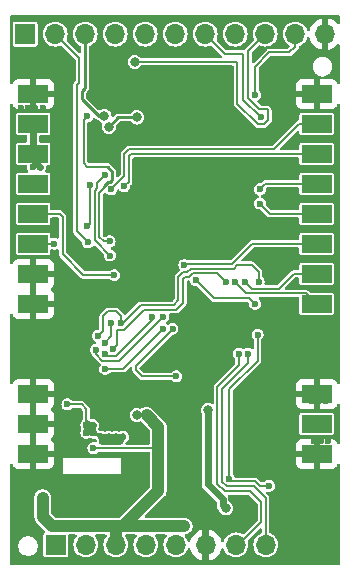
<source format=gbr>
%TF.GenerationSoftware,KiCad,Pcbnew,8.0.1*%
%TF.CreationDate,2024-04-03T20:26:05-05:00*%
%TF.ProjectId,meshtastic-diy,6d657368-7461-4737-9469-632d6469792e,2.1*%
%TF.SameCoordinates,Original*%
%TF.FileFunction,Copper,L2,Bot*%
%TF.FilePolarity,Positive*%
%FSLAX46Y46*%
G04 Gerber Fmt 4.6, Leading zero omitted, Abs format (unit mm)*
G04 Created by KiCad (PCBNEW 8.0.1) date 2024-04-03 20:26:05*
%MOMM*%
%LPD*%
G01*
G04 APERTURE LIST*
%TA.AperFunction,ComponentPad*%
%ADD10O,1.700000X1.700000*%
%TD*%
%TA.AperFunction,ComponentPad*%
%ADD11R,1.700000X1.700000*%
%TD*%
%TA.AperFunction,SMDPad,CuDef*%
%ADD12R,2.500000X1.500000*%
%TD*%
%TA.AperFunction,ViaPad*%
%ADD13C,0.600000*%
%TD*%
%TA.AperFunction,ViaPad*%
%ADD14C,0.800000*%
%TD*%
%TA.AperFunction,ViaPad*%
%ADD15C,1.000000*%
%TD*%
%TA.AperFunction,Conductor*%
%ADD16C,0.200000*%
%TD*%
%TA.AperFunction,Conductor*%
%ADD17C,0.250000*%
%TD*%
%TA.AperFunction,Conductor*%
%ADD18C,0.600000*%
%TD*%
%TA.AperFunction,Conductor*%
%ADD19C,1.000000*%
%TD*%
G04 APERTURE END LIST*
D10*
%TO.P,,4*%
%TO.N,/vbat_mon*%
X151450000Y-81350000D03*
%TD*%
D11*
%TO.P,,1*%
%TO.N,+3.3V*%
X143830000Y-81350000D03*
%TD*%
D10*
%TO.P,,2*%
%TO.N,/RTS*%
X148960000Y-124600000D03*
%TD*%
%TO.P,,9*%
%TO.N,/GPS_RX*%
X164150000Y-81350000D03*
%TD*%
%TO.P,,10*%
%TO.N,/GPS_TX*%
X166690000Y-81350000D03*
%TD*%
%TO.P,,2*%
%TO.N,/gpio_26*%
X146370000Y-81350000D03*
%TD*%
%TO.P,,8*%
%TO.N,/GPS_pwr*%
X161610000Y-81350000D03*
%TD*%
%TO.P,,11*%
%TO.N,GND*%
X169230000Y-81350000D03*
%TD*%
%TO.P,,7*%
%TO.N,/EN*%
X161660000Y-124600000D03*
%TD*%
%TO.P,,3*%
%TO.N,/USR_BTN*%
X148910000Y-81350000D03*
%TD*%
%TO.P,,4*%
%TO.N,unconnected-(R1-Pad2)*%
X154040000Y-124600000D03*
%TD*%
%TO.P,,5*%
%TO.N,/5V_pwrctrl*%
X153990000Y-81350000D03*
%TD*%
%TO.P,,8*%
%TO.N,/GPIO0*%
X164200000Y-124600000D03*
%TD*%
%TO.P,,3*%
%TO.N,+5V*%
X151500000Y-124600000D03*
%TD*%
%TO.P,,6*%
%TO.N,GND*%
X159120000Y-124600000D03*
%TD*%
%TO.P,,5*%
%TO.N,unconnected-(R2-Pad2)*%
X156580000Y-124600000D03*
%TD*%
%TO.P,,6*%
%TO.N,/SCL*%
X156530000Y-81350000D03*
%TD*%
%TO.P,,7*%
%TO.N,/SDA*%
X159070000Y-81350000D03*
%TD*%
D11*
%TO.P,,1*%
%TO.N,/DTR*%
X146420000Y-124600000D03*
%TD*%
D12*
%TO.P,U3,1,GND*%
%TO.N,GND*%
X144500000Y-116890000D03*
%TO.P,U3,2,GND*%
X144500000Y-114350000D03*
%TO.P,U3,3,GND*%
X144500000Y-111810000D03*
%TO.P,U3,4,GND*%
X144500000Y-104190000D03*
%TO.P,U3,5,GND*%
X144500000Y-101650000D03*
%TO.P,U3,6,RXEN*%
%TO.N,/e22_RXEN*%
X144500000Y-99110000D03*
%TO.P,U3,7,TXEN*%
%TO.N,/e22_TXEN*%
X144500000Y-96570000D03*
%TO.P,U3,8,DIO2*%
%TO.N,unconnected-(U3-DIO2-Pad8)*%
X144500000Y-94030000D03*
%TO.P,U3,9,VCC*%
%TO.N,+5V*%
X144500000Y-91490000D03*
%TO.P,U3,10,VCC*%
X144500000Y-88950000D03*
%TO.P,U3,11,GND*%
%TO.N,GND*%
X144500000Y-86410000D03*
%TO.P,U3,12,GND*%
X168500000Y-86410000D03*
%TO.P,U3,13,DIO1*%
%TO.N,/e22_DIO1*%
X168500000Y-88950000D03*
%TO.P,U3,14,BUSY*%
%TO.N,/e22_BUSY*%
X168500000Y-91490000D03*
%TO.P,U3,15,NRST*%
%TO.N,/e22_NRST*%
X168500000Y-94030000D03*
%TO.P,U3,16,MISO*%
%TO.N,/e22_MISO*%
X168500000Y-96570000D03*
%TO.P,U3,17,MOSI*%
%TO.N,/e22_MOSI*%
X168500000Y-99110000D03*
%TO.P,U3,18,SCK*%
%TO.N,/e22_SCK*%
X168500000Y-101650000D03*
%TO.P,U3,19,NSS*%
%TO.N,/e22_NSS*%
X168500000Y-104190000D03*
%TO.P,U3,20,GND*%
%TO.N,GND*%
X168500000Y-111810000D03*
%TO.P,U3,21,ANT*%
%TO.N,Net-(J4-In)*%
X168500000Y-114350000D03*
%TO.P,U3,22,GND*%
%TO.N,GND*%
X168500000Y-116890000D03*
%TD*%
D13*
%TO.N,GND*%
X168900000Y-115800000D03*
X166500000Y-112000000D03*
X169300000Y-112400000D03*
X160800000Y-85800000D03*
X164900000Y-115800000D03*
X164300000Y-114600000D03*
X158100000Y-107600000D03*
X161900000Y-89400000D03*
X144100000Y-87600000D03*
X165900000Y-112000000D03*
X164900000Y-113600000D03*
X164300000Y-115200000D03*
X169500000Y-115800000D03*
X168100000Y-112400000D03*
X146600000Y-85200000D03*
X150200000Y-85500000D03*
X164900000Y-116400000D03*
X165900000Y-111400000D03*
X145300000Y-87600000D03*
X146600000Y-84600000D03*
X148600000Y-111700000D03*
X164900000Y-117000000D03*
X158100000Y-108200000D03*
X158100000Y-107000000D03*
D14*
X148300000Y-104000000D03*
D13*
X160700000Y-89400000D03*
D14*
X149100000Y-104000000D03*
D13*
X160200000Y-85800000D03*
X149551755Y-86800473D03*
X168700000Y-112400000D03*
X150150000Y-86850000D03*
X165300000Y-117400000D03*
X149600000Y-85600000D03*
X161700000Y-92200000D03*
X147800431Y-85200432D03*
X165900000Y-117400000D03*
X147400000Y-111700000D03*
X144700000Y-87600000D03*
X166500000Y-111400000D03*
X166500000Y-117400000D03*
X148000000Y-111700000D03*
X159600000Y-85800000D03*
X143500000Y-87600000D03*
X159000000Y-85800000D03*
X161300000Y-89400000D03*
X160500000Y-92200000D03*
X159900000Y-92200000D03*
X147200000Y-84600000D03*
X160100000Y-89400000D03*
X168300000Y-115800000D03*
X149600000Y-86200000D03*
D14*
X147500000Y-104000000D03*
D13*
X164300000Y-115800000D03*
X150200000Y-86200000D03*
X146500000Y-95900000D03*
X149200000Y-111700000D03*
X161100000Y-92200000D03*
X147200000Y-85200000D03*
%TO.N,/EN*%
X163300000Y-104200000D03*
X150981466Y-98900000D03*
X149102358Y-88301631D03*
X158300000Y-102200000D03*
X161900000Y-108400000D03*
%TO.N,/GPIO2*%
X156300000Y-106300000D03*
X156600000Y-110325000D03*
D14*
%TO.N,+3.3V*%
X160800000Y-121500000D03*
X159300000Y-113200000D03*
D13*
%TO.N,/GPIO0*%
X162700000Y-108400000D03*
D15*
%TO.N,Net-(J4-In)*%
X169000000Y-114600000D03*
D13*
%TO.N,/GPIO16*%
X151907175Y-105800000D03*
X150000000Y-106900000D03*
X163600000Y-102300000D03*
%TO.N,/e22_NRST*%
X163700000Y-94500000D03*
%TO.N,/SDA*%
X163800000Y-88400000D03*
%TO.N,/e22_MISO*%
X163700000Y-95700000D03*
%TO.N,/e22_NSS*%
X161600000Y-102300000D03*
%TO.N,/e22_SCK*%
X162400000Y-102300000D03*
%TO.N,/SRAM_CLK*%
X160800000Y-102300000D03*
X151300000Y-108000000D03*
%TO.N,/SDI_SD1*%
X155500000Y-106300000D03*
X150600000Y-109700000D03*
%TO.N,/SDO_SD0*%
X149800000Y-108077000D03*
X155500000Y-105300000D03*
%TO.N,/SWP_SD3*%
X150600000Y-108400000D03*
X154600000Y-105300000D03*
%TO.N,/SHD_SD2*%
X151100000Y-105800000D03*
X150565687Y-107465687D03*
%TO.N,/e22_TXEN*%
X151350000Y-101750000D03*
%TO.N,/e22_RXEN*%
X146300000Y-99100000D03*
%TO.N,/e22_MOSI*%
X157300000Y-100900000D03*
%TO.N,/e22_DIO1*%
X151100000Y-94500000D03*
%TO.N,/e22_BUSY*%
X152224264Y-94224264D03*
%TO.N,+5V*%
X149600000Y-116400000D03*
D14*
X145300000Y-122200000D03*
X157300000Y-123000000D03*
D13*
X145100000Y-92600000D03*
D14*
X153300000Y-113600000D03*
X145300000Y-120600000D03*
D13*
X144500000Y-92600000D03*
D14*
X154100000Y-113600000D03*
X145300000Y-121400000D03*
D13*
%TO.N,/5V_pwrctrl*%
X149300000Y-94100000D03*
X149100000Y-97600000D03*
%TO.N,GNDA*%
X152100000Y-115450000D03*
X151500000Y-115450000D03*
X150900000Y-115450000D03*
X150300000Y-115450000D03*
X149000000Y-114450000D03*
X149600000Y-114450000D03*
X149600000Y-115100000D03*
X147400000Y-112700000D03*
X149000000Y-115100000D03*
%TO.N,/GPS_TX*%
X163300000Y-86500000D03*
D14*
%TO.N,/USR_BTN*%
X150526710Y-88272283D03*
D13*
%TO.N,/GPS_PWR_enable*%
X164500000Y-119600000D03*
X161100000Y-119000000D03*
X163500000Y-106800000D03*
%TO.N,/GPS_RX*%
X151000000Y-100100000D03*
D14*
X153100000Y-83700000D03*
D13*
X150575735Y-93275735D03*
%TO.N,/gpio_26*%
X149130789Y-98989737D03*
D14*
%TO.N,Net-(U1-IO34)*%
X153300000Y-88400000D03*
X150900000Y-89200000D03*
%TD*%
D16*
%TO.N,/EN*%
X161900000Y-108400000D02*
X161900000Y-109400000D01*
X150100000Y-98500000D02*
X150100000Y-94800000D01*
X150500000Y-98900000D02*
X150100000Y-98500000D01*
X150100000Y-94800000D02*
X150500000Y-94400000D01*
X160100000Y-111200000D02*
X160100000Y-119414214D01*
D17*
X150800000Y-92600000D02*
X151200735Y-93000735D01*
X151000000Y-93875000D02*
X150825000Y-93875000D01*
D16*
X160718628Y-120032843D02*
X162832843Y-120032843D01*
X148800000Y-88603989D02*
X148800000Y-92300000D01*
X163800000Y-122660000D02*
X161660000Y-124800000D01*
D17*
X151200735Y-93674265D02*
X151000000Y-93875000D01*
D16*
X150500000Y-94400000D02*
X150500000Y-94200000D01*
X148800000Y-92300000D02*
X149100000Y-92600000D01*
X159800000Y-103700000D02*
X158300000Y-102200000D01*
X160100000Y-119414214D02*
X160718628Y-120032843D01*
X162832843Y-120032843D02*
X163800000Y-121000000D01*
D17*
X151200735Y-93000735D02*
X151200735Y-93674265D01*
D16*
X161900000Y-109400000D02*
X160100000Y-111200000D01*
X150981466Y-98900000D02*
X150500000Y-98900000D01*
D17*
X150825000Y-93875000D02*
X150500000Y-94200000D01*
D16*
X149100000Y-92600000D02*
X150800000Y-92600000D01*
X163300000Y-104200000D02*
X162800000Y-103700000D01*
X149102358Y-88301631D02*
X148800000Y-88603989D01*
X163800000Y-121000000D02*
X163800000Y-122660000D01*
X162800000Y-103700000D02*
X159800000Y-103700000D01*
%TO.N,/GPIO2*%
X153200000Y-109448529D02*
X153200000Y-109800000D01*
X156300000Y-106348529D02*
X153200000Y-109448529D01*
X153725000Y-110325000D02*
X156600000Y-110325000D01*
X156300000Y-106300000D02*
X156300000Y-106348529D01*
X153200000Y-109800000D02*
X153725000Y-110325000D01*
D18*
%TO.N,+3.3V*%
X160537257Y-120700000D02*
X160537257Y-121237257D01*
X159300000Y-113200000D02*
X159300000Y-119462743D01*
X160537257Y-121237257D02*
X160800000Y-121500000D01*
X159300000Y-119462743D02*
X160537257Y-120700000D01*
D16*
%TO.N,/GPIO0*%
X160884314Y-119632843D02*
X160500000Y-119248529D01*
X160500000Y-119248529D02*
X160500000Y-111434314D01*
X162700000Y-109234314D02*
X162700000Y-108400000D01*
X164200000Y-124800000D02*
X164200000Y-120665686D01*
X163167157Y-119632843D02*
X160884314Y-119632843D01*
X164200000Y-120665686D02*
X163167157Y-119632843D01*
X160500000Y-111434314D02*
X162700000Y-109234314D01*
%TO.N,/GPIO16*%
X150400000Y-105251468D02*
X150400000Y-106500000D01*
X157848529Y-101200000D02*
X157548529Y-101500000D01*
X163000000Y-100900000D02*
X161800000Y-100900000D01*
X152100000Y-105800000D02*
X151907175Y-105800000D01*
X150851468Y-104800000D02*
X150400000Y-105251468D01*
X151907175Y-105800000D02*
X151907175Y-105207175D01*
X151500000Y-104800000D02*
X150851468Y-104800000D01*
X157200000Y-101500000D02*
X156800000Y-101900000D01*
X163600000Y-102300000D02*
X163600000Y-101500000D01*
X156800000Y-103900000D02*
X156400000Y-104300000D01*
X157548529Y-101500000D02*
X157200000Y-101500000D01*
X161800000Y-100900000D02*
X161500000Y-101200000D01*
X156400000Y-104300000D02*
X153600000Y-104300000D01*
X153600000Y-104300000D02*
X152100000Y-105800000D01*
X163600000Y-101500000D02*
X163000000Y-100900000D01*
X151907175Y-105207175D02*
X151500000Y-104800000D01*
X161500000Y-101200000D02*
X157848529Y-101200000D01*
X156800000Y-101900000D02*
X156800000Y-103900000D01*
X150400000Y-106500000D02*
X150000000Y-106900000D01*
%TO.N,/e22_NRST*%
X164170000Y-94030000D02*
X168500000Y-94030000D01*
X163700000Y-94500000D02*
X164170000Y-94030000D01*
%TO.N,/SDA*%
X160720000Y-83000000D02*
X159070000Y-81350000D01*
X163785785Y-88400000D02*
X162300000Y-86914214D01*
X162300000Y-86914214D02*
X162300000Y-83000000D01*
X162300000Y-83000000D02*
X160720000Y-83000000D01*
X163800000Y-88400000D02*
X163785785Y-88400000D01*
%TO.N,/e22_MISO*%
X163700000Y-95700000D02*
X164570000Y-96570000D01*
X164570000Y-96570000D02*
X168500000Y-96570000D01*
%TO.N,/e22_NSS*%
X161600000Y-102348529D02*
X162551471Y-103300000D01*
X161600000Y-102300000D02*
X161600000Y-102348529D01*
X167610000Y-103300000D02*
X168500000Y-104190000D01*
X162551471Y-103300000D02*
X167610000Y-103300000D01*
%TO.N,/e22_SCK*%
X166550000Y-101650000D02*
X165300000Y-102900000D01*
X168500000Y-101650000D02*
X166550000Y-101650000D01*
X163000000Y-102900000D02*
X162400000Y-102300000D01*
X165300000Y-102900000D02*
X163000000Y-102900000D01*
%TO.N,/SRAM_CLK*%
X157200000Y-102065686D02*
X157200000Y-104100000D01*
X153855704Y-104700000D02*
X152155704Y-106400000D01*
X160100000Y-101600000D02*
X158014215Y-101600000D01*
X157714214Y-101900000D02*
X157365686Y-101900000D01*
X157365686Y-101900000D02*
X157200000Y-102065686D01*
X152155704Y-106400000D02*
X151600000Y-106400000D01*
X158014215Y-101600000D02*
X157714214Y-101900000D01*
X156600000Y-104700000D02*
X153855704Y-104700000D01*
X160800000Y-102300000D02*
X160100000Y-101600000D01*
X151600000Y-106400000D02*
X151600000Y-107700000D01*
X157200000Y-104100000D02*
X156600000Y-104700000D01*
X151600000Y-107700000D02*
X151300000Y-108000000D01*
%TO.N,/SDI_SD1*%
X152100000Y-109700000D02*
X155500000Y-106300000D01*
X150600000Y-109700000D02*
X152100000Y-109700000D01*
%TO.N,/SDO_SD0*%
X155500000Y-105300000D02*
X151800000Y-109000000D01*
X150351471Y-109000000D02*
X149800000Y-108448529D01*
X151800000Y-109000000D02*
X150351471Y-109000000D01*
X149800000Y-108448529D02*
X149800000Y-108077000D01*
%TO.N,/SWP_SD3*%
X154600000Y-105548529D02*
X151548529Y-108600000D01*
X154600000Y-105300000D02*
X154600000Y-105548529D01*
X151548529Y-108600000D02*
X150800000Y-108600000D01*
X150800000Y-108600000D02*
X150600000Y-108400000D01*
%TO.N,/SHD_SD2*%
X151100000Y-106931374D02*
X151100000Y-105800000D01*
X150565687Y-107465687D02*
X151100000Y-106931374D01*
%TO.N,/e22_TXEN*%
X147000000Y-100000000D02*
X147000000Y-96800000D01*
X148750000Y-101750000D02*
X147000000Y-100000000D01*
X151350000Y-101750000D02*
X148750000Y-101750000D01*
X147000000Y-96800000D02*
X146770000Y-96570000D01*
X146770000Y-96570000D02*
X144500000Y-96570000D01*
%TO.N,/e22_RXEN*%
X146290000Y-99110000D02*
X146300000Y-99100000D01*
X144500000Y-99110000D02*
X146290000Y-99110000D01*
%TO.N,/e22_MOSI*%
X157200000Y-100900000D02*
X157300000Y-101000000D01*
X157300000Y-100900000D02*
X157200000Y-100900000D01*
X161334314Y-100800000D02*
X157500000Y-100800000D01*
X157300000Y-101000000D02*
X157300000Y-100900000D01*
X168500000Y-99110000D02*
X163024314Y-99110000D01*
X157500000Y-100800000D02*
X157300000Y-101000000D01*
X163024314Y-99110000D02*
X161334314Y-100800000D01*
%TO.N,/e22_DIO1*%
X152200000Y-93400000D02*
X152200000Y-91534314D01*
X167040000Y-88950000D02*
X168500000Y-88950000D01*
X164900000Y-91090000D02*
X167040000Y-88950000D01*
X151100000Y-94500000D02*
X152200000Y-93400000D01*
X152644315Y-91090000D02*
X164900000Y-91090000D01*
X152200000Y-91534314D02*
X152644315Y-91090000D01*
%TO.N,/e22_BUSY*%
X152600000Y-93848529D02*
X152600000Y-91700000D01*
X152810000Y-91490000D02*
X168500000Y-91490000D01*
X152600000Y-91700000D02*
X152810000Y-91490000D01*
X152224264Y-94224264D02*
X152600000Y-93848529D01*
D19*
%TO.N,+5V*%
X151500000Y-123000000D02*
X151500000Y-124800000D01*
X151500000Y-123000000D02*
X152100000Y-123000000D01*
X155100000Y-116400000D02*
X155100000Y-120000000D01*
X146100000Y-123000000D02*
X151500000Y-123000000D01*
D18*
X144500000Y-92000000D02*
X144500000Y-91490000D01*
D19*
X145300000Y-120600000D02*
X145300000Y-122200000D01*
X152100000Y-123000000D02*
X157300000Y-123000000D01*
X154100000Y-113600000D02*
X155100000Y-114600000D01*
D16*
X149600000Y-116400000D02*
X155100000Y-116400000D01*
D19*
X155100000Y-114600000D02*
X155100000Y-116400000D01*
X145300000Y-122200000D02*
X146100000Y-123000000D01*
D18*
X144500000Y-91490000D02*
X144500000Y-88950000D01*
D19*
X152100000Y-123000000D02*
X155100000Y-120000000D01*
D18*
X145100000Y-92600000D02*
X144500000Y-92000000D01*
D16*
%TO.N,/5V_pwrctrl*%
X149100000Y-97600000D02*
X149300000Y-97400000D01*
X149300000Y-97400000D02*
X149300000Y-94100000D01*
%TO.N,GNDA*%
X148600000Y-112700000D02*
X149000000Y-113100000D01*
X147400000Y-112700000D02*
X148600000Y-112700000D01*
X149000000Y-113100000D02*
X149000000Y-114450000D01*
%TO.N,/GPS_TX*%
X166200000Y-82900000D02*
X166690000Y-82410000D01*
X164500000Y-82900000D02*
X166200000Y-82900000D01*
X163300000Y-86500000D02*
X163300000Y-84100000D01*
X166690000Y-82410000D02*
X166690000Y-81350000D01*
X163300000Y-84100000D02*
X164500000Y-82900000D01*
D17*
%TO.N,/USR_BTN*%
X148625000Y-86857605D02*
X148625000Y-86200000D01*
X148910000Y-85915000D02*
X148910000Y-81350000D01*
X150039678Y-88272283D02*
X148625000Y-86857605D01*
X148625000Y-86200000D02*
X148910000Y-85915000D01*
X150526710Y-88272283D02*
X150039678Y-88272283D01*
D16*
%TO.N,/GPS_PWR_enable*%
X163300000Y-119200000D02*
X161300000Y-119200000D01*
X161100000Y-111400000D02*
X161100000Y-119000000D01*
X161300000Y-119200000D02*
X161100000Y-119000000D01*
X164500000Y-119600000D02*
X163700000Y-119600000D01*
X163500000Y-106800000D02*
X163500000Y-109000000D01*
X163700000Y-119600000D02*
X163300000Y-119200000D01*
X163500000Y-109000000D02*
X161100000Y-111400000D01*
%TO.N,/GPS_RX*%
X163651471Y-87700000D02*
X164300000Y-87700000D01*
X164300000Y-87700000D02*
X164400000Y-87800000D01*
X149700000Y-94600000D02*
X149700000Y-98800000D01*
X161800000Y-87248529D02*
X161800000Y-83700000D01*
X150575735Y-93275735D02*
X149900000Y-93951470D01*
X149700000Y-98800000D02*
X151000000Y-100100000D01*
X164400000Y-87800000D02*
X164400000Y-88648529D01*
X162700000Y-82800000D02*
X162700000Y-86748529D01*
X153100000Y-83700000D02*
X161800000Y-83700000D01*
X149900000Y-93951470D02*
X149900000Y-94400000D01*
X162700000Y-86748529D02*
X163651471Y-87700000D01*
X164150000Y-81350000D02*
X162700000Y-82800000D01*
X163551471Y-89000000D02*
X161800000Y-87248529D01*
X164400000Y-88648529D02*
X164048529Y-89000000D01*
X149900000Y-94400000D02*
X149700000Y-94600000D01*
X164048529Y-89000000D02*
X163551471Y-89000000D01*
%TO.N,/gpio_26*%
X148399999Y-84751472D02*
X148400000Y-83380000D01*
X148400000Y-83380000D02*
X146370000Y-81350000D01*
X149130789Y-98989737D02*
X148200000Y-98058948D01*
X148400431Y-84751904D02*
X148399999Y-84751472D01*
X148200000Y-98058948D02*
X148200000Y-85649392D01*
X148200000Y-85649392D02*
X148400431Y-85448961D01*
X148400431Y-85448961D02*
X148400431Y-84751904D01*
D17*
%TO.N,Net-(U1-IO34)*%
X150900000Y-89200000D02*
X151700000Y-88400000D01*
X151700000Y-88400000D02*
X153300000Y-88400000D01*
%TD*%
%TA.AperFunction,Conductor*%
%TO.N,GNDA*%
G36*
X149095332Y-114020647D02*
G01*
X149174528Y-114060288D01*
X149190227Y-114074682D01*
X149219683Y-114104745D01*
X149278461Y-114142520D01*
X149300401Y-114154792D01*
X149389564Y-114175143D01*
X149389567Y-114175143D01*
X149459431Y-114175143D01*
X149459434Y-114175143D01*
X149517330Y-114166819D01*
X149522096Y-114165419D01*
X149530130Y-114163061D01*
X149586195Y-114155000D01*
X149613808Y-114155000D01*
X149669867Y-114163059D01*
X149696347Y-114170834D01*
X149747867Y-114194361D01*
X149771099Y-114209292D01*
X149813909Y-114246386D01*
X149831986Y-114267249D01*
X149862606Y-114314896D01*
X149874075Y-114340010D01*
X149890032Y-114394355D01*
X149893961Y-114421680D01*
X149893962Y-114478319D01*
X149890035Y-114505635D01*
X149874076Y-114559987D01*
X149838399Y-114638106D01*
X149828147Y-114665594D01*
X149828145Y-114665600D01*
X149818205Y-114699449D01*
X149818205Y-114699453D01*
X149818205Y-114699454D01*
X149811972Y-114786599D01*
X149814690Y-114805500D01*
X149821916Y-114855762D01*
X149838392Y-114911870D01*
X149838398Y-114911886D01*
X149867251Y-114975066D01*
X149867255Y-114975073D01*
X149881306Y-115000805D01*
X149900385Y-115030493D01*
X149914243Y-115044352D01*
X149917511Y-115047620D01*
X149964626Y-115122611D01*
X149974539Y-115210618D01*
X149960892Y-115249612D01*
X150017329Y-115193173D01*
X150100922Y-115163921D01*
X150123212Y-115162669D01*
X150139077Y-115162669D01*
X150201904Y-115162671D01*
X150241190Y-115157023D01*
X150269503Y-115155000D01*
X150313807Y-115155000D01*
X150369866Y-115163059D01*
X150412364Y-115175538D01*
X150438953Y-115185454D01*
X150475067Y-115201946D01*
X150542101Y-115221629D01*
X150566603Y-115227222D01*
X150657888Y-115221630D01*
X150724928Y-115201947D01*
X150761034Y-115185459D01*
X150787637Y-115175537D01*
X150830133Y-115163060D01*
X150886194Y-115155000D01*
X150913807Y-115155000D01*
X150969866Y-115163059D01*
X151012364Y-115175538D01*
X151038953Y-115185454D01*
X151075067Y-115201946D01*
X151142101Y-115221629D01*
X151166603Y-115227222D01*
X151257888Y-115221630D01*
X151324928Y-115201947D01*
X151361034Y-115185459D01*
X151387637Y-115175537D01*
X151430133Y-115163060D01*
X151486194Y-115155000D01*
X151513807Y-115155000D01*
X151569866Y-115163059D01*
X151612364Y-115175538D01*
X151638953Y-115185454D01*
X151675067Y-115201946D01*
X151742101Y-115221629D01*
X151766603Y-115227222D01*
X151857888Y-115221630D01*
X151924928Y-115201947D01*
X151961034Y-115185459D01*
X151987637Y-115175537D01*
X152030133Y-115163060D01*
X152086194Y-115155000D01*
X152113808Y-115155000D01*
X152169867Y-115163059D01*
X152196347Y-115170834D01*
X152247867Y-115194361D01*
X152271099Y-115209292D01*
X152313909Y-115246386D01*
X152331986Y-115267249D01*
X152362606Y-115314896D01*
X152374075Y-115340010D01*
X152390032Y-115394355D01*
X152393961Y-115421680D01*
X152393962Y-115478318D01*
X152390035Y-115505635D01*
X152374074Y-115559992D01*
X152362603Y-115585108D01*
X152331984Y-115632751D01*
X152313903Y-115653618D01*
X152271105Y-115690705D01*
X152259281Y-115698304D01*
X152259271Y-115698311D01*
X152235806Y-115715877D01*
X152209130Y-115738991D01*
X152156776Y-115808927D01*
X152127752Y-115872481D01*
X152118726Y-115895948D01*
X152117027Y-115916722D01*
X152090347Y-116001171D01*
X152029667Y-116065681D01*
X151947008Y-116097475D01*
X151918689Y-116099500D01*
X150292832Y-116099500D01*
X150206489Y-116079793D01*
X150137248Y-116024574D01*
X150098821Y-115944782D01*
X150095857Y-115872184D01*
X150104358Y-115813057D01*
X150106407Y-115787997D01*
X150087876Y-115698438D01*
X150087871Y-115698428D01*
X150086705Y-115694862D01*
X150086499Y-115692626D01*
X150032753Y-115574945D01*
X150032744Y-115574925D01*
X150018691Y-115549189D01*
X150018684Y-115549177D01*
X149999613Y-115519503D01*
X149999610Y-115519499D01*
X149998023Y-115517912D01*
X149982495Y-115502384D01*
X149935376Y-115427398D01*
X149925458Y-115339392D01*
X149939104Y-115300389D01*
X149882659Y-115356831D01*
X149799064Y-115386079D01*
X149776791Y-115387329D01*
X149767955Y-115387329D01*
X149698086Y-115387329D01*
X149666087Y-115391929D01*
X149658816Y-115392975D01*
X149630497Y-115395000D01*
X149586196Y-115395000D01*
X149530128Y-115386938D01*
X149487621Y-115374456D01*
X149461026Y-115364537D01*
X149424932Y-115348054D01*
X149357897Y-115328371D01*
X149357891Y-115328370D01*
X149333386Y-115322776D01*
X149333378Y-115322776D01*
X149242107Y-115328369D01*
X149242101Y-115328370D01*
X149175056Y-115348057D01*
X149138977Y-115364535D01*
X149112375Y-115374457D01*
X149069874Y-115386937D01*
X149013807Y-115394999D01*
X148986195Y-115394999D01*
X148930130Y-115386938D01*
X148903644Y-115379161D01*
X148852122Y-115355632D01*
X148828898Y-115340707D01*
X148786088Y-115303611D01*
X148783392Y-115300500D01*
X148768011Y-115282748D01*
X148737394Y-115235108D01*
X148725924Y-115209992D01*
X148709966Y-115155649D01*
X148706037Y-115128314D01*
X148706038Y-115071677D01*
X148709967Y-115044352D01*
X148725925Y-114990005D01*
X148732744Y-114975073D01*
X148761604Y-114911881D01*
X148771850Y-114884410D01*
X148781794Y-114850545D01*
X148788027Y-114763400D01*
X148778083Y-114694241D01*
X148761604Y-114638119D01*
X148725923Y-114559991D01*
X148709967Y-114505646D01*
X148706038Y-114478319D01*
X148706038Y-114421679D01*
X148709967Y-114394352D01*
X148725925Y-114340004D01*
X148737392Y-114314895D01*
X148768015Y-114267245D01*
X148824515Y-114202041D01*
X148824521Y-114202034D01*
X148833726Y-114190611D01*
X148844328Y-114176448D01*
X148870138Y-114124883D01*
X148926408Y-114056495D01*
X149006779Y-114019293D01*
X149095332Y-114020647D01*
G37*
%TD.AperFunction*%
%TD*%
%TA.AperFunction,Conductor*%
%TO.N,GND*%
G36*
X170417539Y-79745185D02*
G01*
X170463294Y-79797989D01*
X170474500Y-79849500D01*
X170474500Y-80385950D01*
X170454815Y-80452989D01*
X170402011Y-80498744D01*
X170332853Y-80508688D01*
X170269297Y-80479663D01*
X170262819Y-80473631D01*
X170101082Y-80311894D01*
X169907578Y-80176399D01*
X169693492Y-80076570D01*
X169693486Y-80076567D01*
X169480000Y-80019364D01*
X169480000Y-80916988D01*
X169422993Y-80884075D01*
X169295826Y-80850000D01*
X169164174Y-80850000D01*
X169037007Y-80884075D01*
X168980000Y-80916988D01*
X168980000Y-80019364D01*
X168979999Y-80019364D01*
X168766513Y-80076567D01*
X168766507Y-80076570D01*
X168552422Y-80176399D01*
X168552420Y-80176400D01*
X168358926Y-80311886D01*
X168358920Y-80311891D01*
X168191891Y-80478920D01*
X168191886Y-80478926D01*
X168056400Y-80672420D01*
X168056399Y-80672422D01*
X167956570Y-80886507D01*
X167956567Y-80886514D01*
X167923841Y-81008650D01*
X167887476Y-81068310D01*
X167824629Y-81098839D01*
X167755253Y-81090544D01*
X167701375Y-81046059D01*
X167685406Y-81012553D01*
X167665232Y-80946046D01*
X167567685Y-80763550D01*
X167492897Y-80672420D01*
X167436410Y-80603589D01*
X167286121Y-80480252D01*
X167276450Y-80472315D01*
X167093954Y-80374768D01*
X166895934Y-80314700D01*
X166895932Y-80314699D01*
X166895934Y-80314699D01*
X166690000Y-80294417D01*
X166484067Y-80314699D01*
X166286043Y-80374769D01*
X166198114Y-80421769D01*
X166103550Y-80472315D01*
X166103548Y-80472316D01*
X166103547Y-80472317D01*
X165943589Y-80603589D01*
X165812317Y-80763547D01*
X165714769Y-80946043D01*
X165654699Y-81144067D01*
X165634417Y-81350000D01*
X165654699Y-81555932D01*
X165654700Y-81555934D01*
X165714768Y-81753954D01*
X165812315Y-81936450D01*
X165812317Y-81936452D01*
X165943589Y-82096410D01*
X166103548Y-82227684D01*
X166103550Y-82227685D01*
X166180139Y-82268623D01*
X166229982Y-82317584D01*
X166245443Y-82385722D01*
X166221611Y-82451401D01*
X166209367Y-82465660D01*
X166111849Y-82563180D01*
X166050526Y-82596666D01*
X166024167Y-82599500D01*
X164485752Y-82599500D01*
X164423200Y-82581132D01*
X164421875Y-82585000D01*
X164382656Y-82620760D01*
X164331218Y-82650459D01*
X164331216Y-82650460D01*
X164315492Y-82659538D01*
X164315486Y-82659542D01*
X163212181Y-83762848D01*
X163150858Y-83796333D01*
X163081166Y-83791349D01*
X163025233Y-83749477D01*
X163000816Y-83684013D01*
X163000500Y-83675167D01*
X163000500Y-82975832D01*
X163020185Y-82908793D01*
X163036815Y-82888155D01*
X163585672Y-82339297D01*
X163646995Y-82305813D01*
X163716687Y-82310797D01*
X163731805Y-82317620D01*
X163746046Y-82325232D01*
X163944066Y-82385300D01*
X163944065Y-82385300D01*
X163964348Y-82387297D01*
X164150000Y-82405583D01*
X164308502Y-82389971D01*
X164377145Y-82402989D01*
X164384769Y-82410215D01*
X164392039Y-82394297D01*
X164449755Y-82356839D01*
X164553954Y-82325232D01*
X164736450Y-82227685D01*
X164896410Y-82096410D01*
X165027685Y-81936450D01*
X165125232Y-81753954D01*
X165185300Y-81555934D01*
X165205583Y-81350000D01*
X165185300Y-81144066D01*
X165125232Y-80946046D01*
X165027685Y-80763550D01*
X164952897Y-80672420D01*
X164896410Y-80603589D01*
X164746121Y-80480252D01*
X164736450Y-80472315D01*
X164553954Y-80374768D01*
X164355934Y-80314700D01*
X164355932Y-80314699D01*
X164355934Y-80314699D01*
X164150000Y-80294417D01*
X163944067Y-80314699D01*
X163746043Y-80374769D01*
X163658114Y-80421769D01*
X163563550Y-80472315D01*
X163563548Y-80472316D01*
X163563547Y-80472317D01*
X163403589Y-80603589D01*
X163272317Y-80763547D01*
X163174769Y-80946043D01*
X163114699Y-81144067D01*
X163094417Y-81350000D01*
X163114699Y-81555932D01*
X163174769Y-81753956D01*
X163182379Y-81768193D01*
X163196620Y-81836596D01*
X163171619Y-81901840D01*
X163160701Y-81914326D01*
X162515489Y-82559540D01*
X162459541Y-82615487D01*
X162459539Y-82615489D01*
X162446833Y-82637499D01*
X162396266Y-82685715D01*
X162339445Y-82699500D01*
X160895833Y-82699500D01*
X160828794Y-82679815D01*
X160808152Y-82663181D01*
X160059298Y-81914327D01*
X160025813Y-81853004D01*
X160030797Y-81783312D01*
X160037621Y-81768193D01*
X160045232Y-81753954D01*
X160105300Y-81555934D01*
X160125583Y-81350000D01*
X160554417Y-81350000D01*
X160574699Y-81555932D01*
X160574700Y-81555934D01*
X160634768Y-81753954D01*
X160732315Y-81936450D01*
X160732317Y-81936452D01*
X160863589Y-82096410D01*
X160960209Y-82175702D01*
X161023550Y-82227685D01*
X161206046Y-82325232D01*
X161404066Y-82385300D01*
X161404065Y-82385300D01*
X161422529Y-82387118D01*
X161610000Y-82405583D01*
X161815934Y-82385300D01*
X162013954Y-82325232D01*
X162196450Y-82227685D01*
X162356410Y-82096410D01*
X162487685Y-81936450D01*
X162585232Y-81753954D01*
X162645300Y-81555934D01*
X162665583Y-81350000D01*
X162645300Y-81144066D01*
X162585232Y-80946046D01*
X162487685Y-80763550D01*
X162412897Y-80672420D01*
X162356410Y-80603589D01*
X162206121Y-80480252D01*
X162196450Y-80472315D01*
X162013954Y-80374768D01*
X161815934Y-80314700D01*
X161815932Y-80314699D01*
X161815934Y-80314699D01*
X161610000Y-80294417D01*
X161404067Y-80314699D01*
X161206043Y-80374769D01*
X161118114Y-80421769D01*
X161023550Y-80472315D01*
X161023548Y-80472316D01*
X161023547Y-80472317D01*
X160863589Y-80603589D01*
X160732317Y-80763547D01*
X160634769Y-80946043D01*
X160574699Y-81144067D01*
X160554417Y-81350000D01*
X160125583Y-81350000D01*
X160105300Y-81144066D01*
X160045232Y-80946046D01*
X159947685Y-80763550D01*
X159872897Y-80672420D01*
X159816410Y-80603589D01*
X159666121Y-80480252D01*
X159656450Y-80472315D01*
X159473954Y-80374768D01*
X159275934Y-80314700D01*
X159275932Y-80314699D01*
X159275934Y-80314699D01*
X159070000Y-80294417D01*
X158864067Y-80314699D01*
X158666043Y-80374769D01*
X158578114Y-80421769D01*
X158483550Y-80472315D01*
X158483548Y-80472316D01*
X158483547Y-80472317D01*
X158323589Y-80603589D01*
X158192317Y-80763547D01*
X158094769Y-80946043D01*
X158034699Y-81144067D01*
X158014417Y-81350000D01*
X158034699Y-81555932D01*
X158034700Y-81555934D01*
X158094768Y-81753954D01*
X158192315Y-81936450D01*
X158192317Y-81936452D01*
X158323589Y-82096410D01*
X158420209Y-82175702D01*
X158483550Y-82227685D01*
X158666046Y-82325232D01*
X158864066Y-82385300D01*
X158864065Y-82385300D01*
X158882529Y-82387118D01*
X159070000Y-82405583D01*
X159275934Y-82385300D01*
X159473954Y-82325232D01*
X159488191Y-82317621D01*
X159556592Y-82303379D01*
X159621837Y-82328377D01*
X159634327Y-82339298D01*
X160482848Y-83187819D01*
X160516333Y-83249142D01*
X160511349Y-83318834D01*
X160469477Y-83374767D01*
X160404013Y-83399184D01*
X160395167Y-83399500D01*
X153687482Y-83399500D01*
X153620443Y-83379815D01*
X153589106Y-83350986D01*
X153528283Y-83271719D01*
X153498860Y-83249142D01*
X153402841Y-83175464D01*
X153316086Y-83139529D01*
X153256762Y-83114956D01*
X153256760Y-83114955D01*
X153100001Y-83094318D01*
X153099999Y-83094318D01*
X152943239Y-83114955D01*
X152943237Y-83114956D01*
X152797160Y-83175463D01*
X152671718Y-83271718D01*
X152575463Y-83397160D01*
X152514956Y-83543237D01*
X152514955Y-83543239D01*
X152494318Y-83699998D01*
X152494318Y-83700001D01*
X152514955Y-83856760D01*
X152514956Y-83856762D01*
X152539281Y-83915489D01*
X152575464Y-84002841D01*
X152671718Y-84128282D01*
X152797159Y-84224536D01*
X152943238Y-84285044D01*
X153021619Y-84295363D01*
X153099999Y-84305682D01*
X153100000Y-84305682D01*
X153100001Y-84305682D01*
X153152254Y-84298802D01*
X153256762Y-84285044D01*
X153402841Y-84224536D01*
X153528282Y-84128282D01*
X153589106Y-84049013D01*
X153645534Y-84007811D01*
X153687482Y-84000500D01*
X161375500Y-84000500D01*
X161442539Y-84020185D01*
X161488294Y-84072989D01*
X161499500Y-84124500D01*
X161499500Y-87288091D01*
X161512228Y-87335590D01*
X161519979Y-87364519D01*
X161540174Y-87399496D01*
X161540175Y-87399500D01*
X161559535Y-87433033D01*
X161559539Y-87433038D01*
X161559540Y-87433040D01*
X163311011Y-89184511D01*
X163366960Y-89240460D01*
X163366962Y-89240461D01*
X163366966Y-89240464D01*
X163435475Y-89280017D01*
X163435482Y-89280021D01*
X163511909Y-89300500D01*
X163511911Y-89300500D01*
X164088089Y-89300500D01*
X164088091Y-89300500D01*
X164164518Y-89280021D01*
X164233040Y-89240460D01*
X164288989Y-89184511D01*
X164640460Y-88833040D01*
X164666175Y-88788500D01*
X164680021Y-88764518D01*
X164700500Y-88688091D01*
X164700500Y-87760438D01*
X164680021Y-87684011D01*
X164680017Y-87684004D01*
X164640464Y-87615495D01*
X164640458Y-87615487D01*
X164484512Y-87459541D01*
X164484504Y-87459535D01*
X164438611Y-87433039D01*
X164438609Y-87433039D01*
X164415989Y-87419979D01*
X164339562Y-87399500D01*
X164339560Y-87399500D01*
X163827304Y-87399500D01*
X163760265Y-87379815D01*
X163739623Y-87363181D01*
X163513140Y-87136698D01*
X163479655Y-87075375D01*
X163484639Y-87005683D01*
X163526511Y-86949750D01*
X163533731Y-86944736D01*
X163631128Y-86882143D01*
X163725377Y-86773373D01*
X163777153Y-86660000D01*
X166750000Y-86660000D01*
X166750000Y-87207844D01*
X166756401Y-87267372D01*
X166756403Y-87267379D01*
X166806645Y-87402086D01*
X166806649Y-87402093D01*
X166892809Y-87517187D01*
X166892812Y-87517190D01*
X167007906Y-87603350D01*
X167007913Y-87603354D01*
X167142620Y-87653596D01*
X167142627Y-87653598D01*
X167202155Y-87659999D01*
X167202172Y-87660000D01*
X168250000Y-87660000D01*
X168250000Y-86660000D01*
X166750000Y-86660000D01*
X163777153Y-86660000D01*
X163785165Y-86642457D01*
X163805647Y-86500000D01*
X163785165Y-86357543D01*
X163725377Y-86226627D01*
X163725375Y-86226625D01*
X163725374Y-86226622D01*
X163667646Y-86160000D01*
X166750000Y-86160000D01*
X168250000Y-86160000D01*
X168250000Y-85160000D01*
X167202155Y-85160000D01*
X167142627Y-85166401D01*
X167142620Y-85166403D01*
X167007913Y-85216645D01*
X167007906Y-85216649D01*
X166892812Y-85302809D01*
X166892809Y-85302812D01*
X166806649Y-85417906D01*
X166806645Y-85417913D01*
X166756403Y-85552620D01*
X166756401Y-85552627D01*
X166750000Y-85612155D01*
X166750000Y-86160000D01*
X163667646Y-86160000D01*
X163630787Y-86117462D01*
X163601762Y-86053906D01*
X163600500Y-86036260D01*
X163600500Y-84275833D01*
X163620185Y-84208794D01*
X163636819Y-84188152D01*
X164588152Y-83236819D01*
X164649475Y-83203334D01*
X164675833Y-83200500D01*
X166239560Y-83200500D01*
X166239562Y-83200500D01*
X166315989Y-83180021D01*
X166384511Y-83140460D01*
X166440460Y-83084511D01*
X166930460Y-82594511D01*
X166970022Y-82525988D01*
X166990500Y-82449562D01*
X166990500Y-82448578D01*
X166990734Y-82447779D01*
X166991561Y-82441502D01*
X166992539Y-82441630D01*
X167010185Y-82381539D01*
X167062989Y-82335784D01*
X167078488Y-82329923D01*
X167093954Y-82325232D01*
X167276450Y-82227685D01*
X167436410Y-82096410D01*
X167567685Y-81936450D01*
X167665232Y-81753954D01*
X167685406Y-81687446D01*
X167723702Y-81629010D01*
X167787514Y-81600553D01*
X167856581Y-81611112D01*
X167908975Y-81657336D01*
X167923841Y-81691349D01*
X167956567Y-81813486D01*
X167956570Y-81813492D01*
X168056399Y-82027578D01*
X168191894Y-82221082D01*
X168358917Y-82388105D01*
X168552421Y-82523600D01*
X168766507Y-82623429D01*
X168766516Y-82623433D01*
X168980000Y-82680634D01*
X168980000Y-81783012D01*
X169037007Y-81815925D01*
X169164174Y-81850000D01*
X169295826Y-81850000D01*
X169422993Y-81815925D01*
X169480000Y-81783012D01*
X169480000Y-82680633D01*
X169693483Y-82623433D01*
X169693492Y-82623429D01*
X169907578Y-82523600D01*
X170101082Y-82388105D01*
X170262819Y-82226369D01*
X170324142Y-82192884D01*
X170393834Y-82197868D01*
X170449767Y-82239740D01*
X170474184Y-82305204D01*
X170474500Y-82314050D01*
X170474500Y-85484409D01*
X170454815Y-85551448D01*
X170402011Y-85597203D01*
X170332853Y-85607147D01*
X170269297Y-85578122D01*
X170234318Y-85527742D01*
X170193354Y-85417913D01*
X170193350Y-85417906D01*
X170107190Y-85302812D01*
X170107187Y-85302809D01*
X169992093Y-85216649D01*
X169992086Y-85216645D01*
X169857379Y-85166403D01*
X169857372Y-85166401D01*
X169797844Y-85160000D01*
X169166513Y-85160000D01*
X169099474Y-85140315D01*
X169053719Y-85087511D01*
X169043775Y-85018353D01*
X169072800Y-84954797D01*
X169131578Y-84917023D01*
X169142322Y-84914383D01*
X169241073Y-84894740D01*
X169241076Y-84894738D01*
X169241081Y-84894738D01*
X169391495Y-84832435D01*
X169526863Y-84741984D01*
X169641984Y-84626863D01*
X169732435Y-84491495D01*
X169794738Y-84341081D01*
X169801780Y-84305682D01*
X169817933Y-84224471D01*
X169826500Y-84181403D01*
X169826500Y-84018597D01*
X169826500Y-84018594D01*
X169826499Y-84018592D01*
X169794740Y-83858926D01*
X169794737Y-83858917D01*
X169793844Y-83856762D01*
X169766750Y-83791349D01*
X169732437Y-83708509D01*
X169732436Y-83708507D01*
X169726752Y-83700001D01*
X169641984Y-83573137D01*
X169641981Y-83573133D01*
X169526866Y-83458018D01*
X169526862Y-83458015D01*
X169391492Y-83367563D01*
X169391490Y-83367562D01*
X169241082Y-83305262D01*
X169241073Y-83305259D01*
X169081406Y-83273500D01*
X169081403Y-83273500D01*
X168918597Y-83273500D01*
X168918594Y-83273500D01*
X168758926Y-83305259D01*
X168758917Y-83305262D01*
X168608509Y-83367562D01*
X168608507Y-83367563D01*
X168473137Y-83458015D01*
X168473133Y-83458018D01*
X168358018Y-83573133D01*
X168358015Y-83573137D01*
X168267563Y-83708507D01*
X168267562Y-83708509D01*
X168205262Y-83858917D01*
X168205259Y-83858926D01*
X168173500Y-84018592D01*
X168173500Y-84181407D01*
X168205259Y-84341073D01*
X168205262Y-84341082D01*
X168267562Y-84491490D01*
X168267563Y-84491492D01*
X168358015Y-84626862D01*
X168358018Y-84626866D01*
X168473133Y-84741981D01*
X168473137Y-84741984D01*
X168608505Y-84832435D01*
X168608506Y-84832435D01*
X168608507Y-84832436D01*
X168608509Y-84832437D01*
X168708781Y-84873970D01*
X168758919Y-84894738D01*
X168758921Y-84894738D01*
X168758926Y-84894740D01*
X168857678Y-84914383D01*
X168919589Y-84946768D01*
X168954163Y-85007484D01*
X168950424Y-85077253D01*
X168909557Y-85133925D01*
X168844539Y-85159506D01*
X168833487Y-85160000D01*
X168750000Y-85160000D01*
X168750000Y-87660000D01*
X169797828Y-87660000D01*
X169797844Y-87659999D01*
X169857372Y-87653598D01*
X169857379Y-87653596D01*
X169992086Y-87603354D01*
X169992093Y-87603350D01*
X170107187Y-87517190D01*
X170107190Y-87517187D01*
X170193350Y-87402093D01*
X170193354Y-87402086D01*
X170234318Y-87292257D01*
X170276189Y-87236323D01*
X170341653Y-87211906D01*
X170409926Y-87226758D01*
X170459332Y-87276163D01*
X170474500Y-87335590D01*
X170474500Y-110884409D01*
X170454815Y-110951448D01*
X170402011Y-110997203D01*
X170332853Y-111007147D01*
X170269297Y-110978122D01*
X170234318Y-110927742D01*
X170193354Y-110817913D01*
X170193350Y-110817906D01*
X170107190Y-110702812D01*
X170107187Y-110702809D01*
X169992093Y-110616649D01*
X169992086Y-110616645D01*
X169857379Y-110566403D01*
X169857372Y-110566401D01*
X169797844Y-110560000D01*
X168750000Y-110560000D01*
X168750000Y-113060000D01*
X169797828Y-113060000D01*
X169797844Y-113059999D01*
X169857372Y-113053598D01*
X169857379Y-113053596D01*
X169992086Y-113003354D01*
X169992093Y-113003350D01*
X170107187Y-112917190D01*
X170107190Y-112917187D01*
X170193350Y-112802093D01*
X170193354Y-112802086D01*
X170234318Y-112692257D01*
X170276189Y-112636323D01*
X170341653Y-112611906D01*
X170409926Y-112626758D01*
X170459332Y-112676163D01*
X170474500Y-112735590D01*
X170474500Y-115964409D01*
X170454815Y-116031448D01*
X170402011Y-116077203D01*
X170332853Y-116087147D01*
X170269297Y-116058122D01*
X170234318Y-116007742D01*
X170193354Y-115897913D01*
X170193350Y-115897906D01*
X170107190Y-115782812D01*
X170107187Y-115782809D01*
X169992093Y-115696649D01*
X169992086Y-115696645D01*
X169857379Y-115646403D01*
X169857372Y-115646401D01*
X169797844Y-115640000D01*
X168750000Y-115640000D01*
X168750000Y-118140000D01*
X169797828Y-118140000D01*
X169797844Y-118139999D01*
X169857372Y-118133598D01*
X169857379Y-118133596D01*
X169992086Y-118083354D01*
X169992093Y-118083350D01*
X170107187Y-117997190D01*
X170107190Y-117997187D01*
X170193350Y-117882093D01*
X170193354Y-117882086D01*
X170234318Y-117772257D01*
X170276189Y-117716323D01*
X170341653Y-117691906D01*
X170409926Y-117706758D01*
X170459332Y-117756163D01*
X170474500Y-117815590D01*
X170474500Y-126150500D01*
X170454815Y-126217539D01*
X170402011Y-126263294D01*
X170350500Y-126274500D01*
X142649500Y-126274500D01*
X142582461Y-126254815D01*
X142536706Y-126202011D01*
X142525500Y-126150500D01*
X142525500Y-124781407D01*
X143237000Y-124781407D01*
X143268759Y-124941073D01*
X143268762Y-124941082D01*
X143331062Y-125091490D01*
X143331063Y-125091492D01*
X143421515Y-125226862D01*
X143421518Y-125226866D01*
X143536633Y-125341981D01*
X143536637Y-125341984D01*
X143672005Y-125432435D01*
X143672006Y-125432435D01*
X143672007Y-125432436D01*
X143672009Y-125432437D01*
X143762087Y-125469748D01*
X143822419Y-125494738D01*
X143822421Y-125494738D01*
X143822426Y-125494740D01*
X143982092Y-125526499D01*
X143982095Y-125526500D01*
X143982097Y-125526500D01*
X144144905Y-125526500D01*
X144144906Y-125526499D01*
X144198129Y-125515912D01*
X144304573Y-125494740D01*
X144304576Y-125494738D01*
X144304581Y-125494738D01*
X144454995Y-125432435D01*
X144590363Y-125341984D01*
X144705484Y-125226863D01*
X144795935Y-125091495D01*
X144858238Y-124941081D01*
X144858961Y-124937449D01*
X144885121Y-124805932D01*
X144890000Y-124781403D01*
X144890000Y-124618597D01*
X144890000Y-124618594D01*
X144889999Y-124618592D01*
X144858240Y-124458926D01*
X144858237Y-124458917D01*
X144795937Y-124308509D01*
X144795936Y-124308507D01*
X144787618Y-124296059D01*
X144705484Y-124173137D01*
X144705481Y-124173133D01*
X144590366Y-124058018D01*
X144590362Y-124058015D01*
X144454992Y-123967563D01*
X144454990Y-123967562D01*
X144304582Y-123905262D01*
X144304573Y-123905259D01*
X144144906Y-123873500D01*
X144144903Y-123873500D01*
X143982097Y-123873500D01*
X143982094Y-123873500D01*
X143822426Y-123905259D01*
X143822417Y-123905262D01*
X143672009Y-123967562D01*
X143672007Y-123967563D01*
X143536637Y-124058015D01*
X143536633Y-124058018D01*
X143421518Y-124173133D01*
X143421515Y-124173137D01*
X143331063Y-124308507D01*
X143331062Y-124308509D01*
X143268762Y-124458917D01*
X143268759Y-124458926D01*
X143237000Y-124618592D01*
X143237000Y-124781407D01*
X142525500Y-124781407D01*
X142525500Y-122268996D01*
X144599499Y-122268996D01*
X144626418Y-122404322D01*
X144626421Y-122404332D01*
X144679222Y-122531807D01*
X144755887Y-122646545D01*
X144755888Y-122646546D01*
X145492056Y-123382713D01*
X145525541Y-123444036D01*
X145520557Y-123513727D01*
X145478685Y-123569661D01*
X145473267Y-123573496D01*
X145425446Y-123605448D01*
X145381132Y-123671769D01*
X145381131Y-123671770D01*
X145369500Y-123730247D01*
X145369500Y-125469752D01*
X145381131Y-125528229D01*
X145381132Y-125528230D01*
X145425447Y-125594552D01*
X145491769Y-125638867D01*
X145491770Y-125638868D01*
X145550247Y-125650499D01*
X145550250Y-125650500D01*
X145550252Y-125650500D01*
X147289750Y-125650500D01*
X147289751Y-125650499D01*
X147304568Y-125647552D01*
X147348229Y-125638868D01*
X147348229Y-125638867D01*
X147348231Y-125638867D01*
X147414552Y-125594552D01*
X147458867Y-125528231D01*
X147458867Y-125528229D01*
X147458868Y-125528229D01*
X147468922Y-125477682D01*
X147470500Y-125469748D01*
X147470500Y-123824500D01*
X147490185Y-123757461D01*
X147542989Y-123711706D01*
X147594500Y-123700500D01*
X148077052Y-123700500D01*
X148144091Y-123720185D01*
X148189846Y-123772989D01*
X148199790Y-123842147D01*
X148172905Y-123903165D01*
X148082317Y-124013546D01*
X147984769Y-124196043D01*
X147924699Y-124394067D01*
X147904417Y-124600000D01*
X147924699Y-124805932D01*
X147924700Y-124805934D01*
X147984768Y-125003954D01*
X148082315Y-125186450D01*
X148082317Y-125186452D01*
X148213589Y-125346410D01*
X148310209Y-125425702D01*
X148373550Y-125477685D01*
X148556046Y-125575232D01*
X148754066Y-125635300D01*
X148754065Y-125635300D01*
X148772529Y-125637118D01*
X148960000Y-125655583D01*
X149165934Y-125635300D01*
X149363954Y-125575232D01*
X149546450Y-125477685D01*
X149706410Y-125346410D01*
X149837685Y-125186450D01*
X149935232Y-125003954D01*
X149995300Y-124805934D01*
X150015583Y-124600000D01*
X149995300Y-124394066D01*
X149935232Y-124196046D01*
X149837685Y-124013550D01*
X149799946Y-123967565D01*
X149747095Y-123903165D01*
X149719782Y-123838855D01*
X149731573Y-123769987D01*
X149778725Y-123718427D01*
X149842948Y-123700500D01*
X150617052Y-123700500D01*
X150684091Y-123720185D01*
X150729846Y-123772989D01*
X150739790Y-123842147D01*
X150712905Y-123903165D01*
X150622317Y-124013546D01*
X150524769Y-124196043D01*
X150464699Y-124394067D01*
X150444417Y-124600000D01*
X150464699Y-124805932D01*
X150464700Y-124805934D01*
X150524768Y-125003954D01*
X150622315Y-125186450D01*
X150622317Y-125186452D01*
X150753589Y-125346410D01*
X150850209Y-125425702D01*
X150913550Y-125477685D01*
X151096046Y-125575232D01*
X151294066Y-125635300D01*
X151294065Y-125635300D01*
X151312529Y-125637118D01*
X151500000Y-125655583D01*
X151705934Y-125635300D01*
X151903954Y-125575232D01*
X152086450Y-125477685D01*
X152246410Y-125346410D01*
X152377685Y-125186450D01*
X152475232Y-125003954D01*
X152535300Y-124805934D01*
X152555583Y-124600000D01*
X152535300Y-124394066D01*
X152475232Y-124196046D01*
X152377685Y-124013550D01*
X152339946Y-123967565D01*
X152287095Y-123903165D01*
X152259782Y-123838855D01*
X152271573Y-123769987D01*
X152318725Y-123718427D01*
X152382948Y-123700500D01*
X153157052Y-123700500D01*
X153224091Y-123720185D01*
X153269846Y-123772989D01*
X153279790Y-123842147D01*
X153252905Y-123903165D01*
X153162317Y-124013546D01*
X153064769Y-124196043D01*
X153004699Y-124394067D01*
X152984417Y-124600000D01*
X153004699Y-124805932D01*
X153004700Y-124805934D01*
X153064768Y-125003954D01*
X153162315Y-125186450D01*
X153162317Y-125186452D01*
X153293589Y-125346410D01*
X153390209Y-125425702D01*
X153453550Y-125477685D01*
X153636046Y-125575232D01*
X153834066Y-125635300D01*
X153834065Y-125635300D01*
X153852529Y-125637118D01*
X154040000Y-125655583D01*
X154245934Y-125635300D01*
X154443954Y-125575232D01*
X154626450Y-125477685D01*
X154786410Y-125346410D01*
X154917685Y-125186450D01*
X155015232Y-125003954D01*
X155075300Y-124805934D01*
X155095583Y-124600000D01*
X155075300Y-124394066D01*
X155015232Y-124196046D01*
X154917685Y-124013550D01*
X154879946Y-123967565D01*
X154827095Y-123903165D01*
X154799782Y-123838855D01*
X154811573Y-123769987D01*
X154858725Y-123718427D01*
X154922948Y-123700500D01*
X155697052Y-123700500D01*
X155764091Y-123720185D01*
X155809846Y-123772989D01*
X155819790Y-123842147D01*
X155792905Y-123903165D01*
X155702317Y-124013546D01*
X155604769Y-124196043D01*
X155544699Y-124394067D01*
X155524417Y-124600000D01*
X155544699Y-124805932D01*
X155544700Y-124805934D01*
X155604768Y-125003954D01*
X155702315Y-125186450D01*
X155702317Y-125186452D01*
X155833589Y-125346410D01*
X155930209Y-125425702D01*
X155993550Y-125477685D01*
X156176046Y-125575232D01*
X156374066Y-125635300D01*
X156374065Y-125635300D01*
X156392529Y-125637118D01*
X156580000Y-125655583D01*
X156785934Y-125635300D01*
X156983954Y-125575232D01*
X157166450Y-125477685D01*
X157326410Y-125346410D01*
X157457685Y-125186450D01*
X157555232Y-125003954D01*
X157575406Y-124937446D01*
X157613702Y-124879010D01*
X157677514Y-124850553D01*
X157746581Y-124861112D01*
X157798975Y-124907336D01*
X157813841Y-124941349D01*
X157846567Y-125063486D01*
X157846570Y-125063492D01*
X157946399Y-125277578D01*
X158081894Y-125471082D01*
X158248917Y-125638105D01*
X158442421Y-125773600D01*
X158656507Y-125873429D01*
X158656516Y-125873433D01*
X158819999Y-125917238D01*
X158820000Y-125917237D01*
X158820000Y-125004144D01*
X158927007Y-125065925D01*
X159054174Y-125100000D01*
X159185826Y-125100000D01*
X159312993Y-125065925D01*
X159420000Y-125004144D01*
X159420000Y-125917238D01*
X159583483Y-125873433D01*
X159583492Y-125873429D01*
X159797578Y-125773600D01*
X159991082Y-125638105D01*
X160158105Y-125471082D01*
X160293600Y-125277578D01*
X160393429Y-125063492D01*
X160393433Y-125063483D01*
X160426158Y-124941350D01*
X160462522Y-124881690D01*
X160525369Y-124851160D01*
X160594745Y-124859454D01*
X160648623Y-124903939D01*
X160664593Y-124937447D01*
X160684768Y-125003954D01*
X160782315Y-125186450D01*
X160782317Y-125186452D01*
X160913589Y-125346410D01*
X161010209Y-125425702D01*
X161073550Y-125477685D01*
X161256046Y-125575232D01*
X161454066Y-125635300D01*
X161454065Y-125635300D01*
X161472529Y-125637118D01*
X161660000Y-125655583D01*
X161865934Y-125635300D01*
X162063954Y-125575232D01*
X162246450Y-125477685D01*
X162406410Y-125346410D01*
X162537685Y-125186450D01*
X162635232Y-125003954D01*
X162695300Y-124805934D01*
X162715583Y-124600000D01*
X162695300Y-124394066D01*
X162669301Y-124308361D01*
X162668679Y-124238496D01*
X162700280Y-124184689D01*
X163687820Y-123197150D01*
X163749142Y-123163666D01*
X163818834Y-123168650D01*
X163874767Y-123210522D01*
X163899184Y-123275986D01*
X163899500Y-123284832D01*
X163899500Y-123501421D01*
X163879815Y-123568460D01*
X163827011Y-123614215D01*
X163811496Y-123620081D01*
X163796046Y-123624767D01*
X163704724Y-123673581D01*
X163613550Y-123722315D01*
X163613548Y-123722316D01*
X163613547Y-123722317D01*
X163453589Y-123853589D01*
X163322317Y-124013547D01*
X163224769Y-124196043D01*
X163164699Y-124394067D01*
X163144417Y-124600000D01*
X163164699Y-124805932D01*
X163164700Y-124805934D01*
X163224768Y-125003954D01*
X163322315Y-125186450D01*
X163322317Y-125186452D01*
X163453589Y-125346410D01*
X163550209Y-125425702D01*
X163613550Y-125477685D01*
X163796046Y-125575232D01*
X163994066Y-125635300D01*
X163994065Y-125635300D01*
X164012529Y-125637118D01*
X164200000Y-125655583D01*
X164405934Y-125635300D01*
X164603954Y-125575232D01*
X164786450Y-125477685D01*
X164946410Y-125346410D01*
X165077685Y-125186450D01*
X165175232Y-125003954D01*
X165235300Y-124805934D01*
X165255583Y-124600000D01*
X165235300Y-124394066D01*
X165175232Y-124196046D01*
X165077685Y-124013550D01*
X164988816Y-123905262D01*
X164946410Y-123853589D01*
X164828677Y-123756969D01*
X164786450Y-123722315D01*
X164664786Y-123657283D01*
X164603953Y-123624767D01*
X164588504Y-123620081D01*
X164530066Y-123581784D01*
X164501609Y-123517971D01*
X164500500Y-123501421D01*
X164500500Y-120626126D01*
X164500499Y-120626122D01*
X164493500Y-120599999D01*
X164493500Y-120600000D01*
X164480022Y-120549698D01*
X164440460Y-120481175D01*
X164250240Y-120290955D01*
X164216755Y-120229632D01*
X164221739Y-120159940D01*
X164263611Y-120104007D01*
X164329075Y-120079590D01*
X164372856Y-120084297D01*
X164428038Y-120100500D01*
X164428039Y-120100500D01*
X164571962Y-120100500D01*
X164571962Y-120100499D01*
X164710053Y-120059953D01*
X164831128Y-119982143D01*
X164925377Y-119873373D01*
X164985165Y-119742457D01*
X165005647Y-119600000D01*
X164985165Y-119457543D01*
X164925377Y-119326627D01*
X164831128Y-119217857D01*
X164710053Y-119140047D01*
X164710051Y-119140046D01*
X164710049Y-119140045D01*
X164710050Y-119140045D01*
X164571963Y-119099500D01*
X164571961Y-119099500D01*
X164428039Y-119099500D01*
X164428036Y-119099500D01*
X164289949Y-119140045D01*
X164168873Y-119217856D01*
X164135212Y-119256703D01*
X164076433Y-119294477D01*
X164041499Y-119299500D01*
X163875833Y-119299500D01*
X163808794Y-119279815D01*
X163788152Y-119263181D01*
X163484512Y-118959541D01*
X163484504Y-118959535D01*
X163464573Y-118948028D01*
X163464573Y-118948027D01*
X163464570Y-118948027D01*
X163415994Y-118919981D01*
X163415991Y-118919979D01*
X163377775Y-118909739D01*
X163339562Y-118899500D01*
X163339560Y-118899500D01*
X161684016Y-118899500D01*
X161616977Y-118879815D01*
X161571222Y-118827012D01*
X161525377Y-118726628D01*
X161525374Y-118726622D01*
X161430787Y-118617462D01*
X161401762Y-118553906D01*
X161400500Y-118536260D01*
X161400500Y-117140000D01*
X166750000Y-117140000D01*
X166750000Y-117687844D01*
X166756401Y-117747372D01*
X166756403Y-117747379D01*
X166806645Y-117882086D01*
X166806649Y-117882093D01*
X166892809Y-117997187D01*
X166892812Y-117997190D01*
X167007906Y-118083350D01*
X167007913Y-118083354D01*
X167142620Y-118133596D01*
X167142627Y-118133598D01*
X167202155Y-118139999D01*
X167202172Y-118140000D01*
X168250000Y-118140000D01*
X168250000Y-117140000D01*
X166750000Y-117140000D01*
X161400500Y-117140000D01*
X161400500Y-116640000D01*
X166750000Y-116640000D01*
X168250000Y-116640000D01*
X168250000Y-115640000D01*
X167202155Y-115640000D01*
X167142627Y-115646401D01*
X167142620Y-115646403D01*
X167007913Y-115696645D01*
X167007906Y-115696649D01*
X166892812Y-115782809D01*
X166892809Y-115782812D01*
X166806649Y-115897906D01*
X166806645Y-115897913D01*
X166756403Y-116032620D01*
X166756401Y-116032627D01*
X166750000Y-116092155D01*
X166750000Y-116640000D01*
X161400500Y-116640000D01*
X161400500Y-115119752D01*
X167049500Y-115119752D01*
X167061131Y-115178229D01*
X167061132Y-115178230D01*
X167105447Y-115244552D01*
X167171769Y-115288867D01*
X167171770Y-115288868D01*
X167230247Y-115300499D01*
X167230250Y-115300500D01*
X167230252Y-115300500D01*
X169769750Y-115300500D01*
X169769751Y-115300499D01*
X169784568Y-115297552D01*
X169828229Y-115288868D01*
X169828229Y-115288867D01*
X169828231Y-115288867D01*
X169894552Y-115244552D01*
X169938867Y-115178231D01*
X169938867Y-115178229D01*
X169938868Y-115178229D01*
X169950499Y-115119752D01*
X169950500Y-115119750D01*
X169950500Y-113580249D01*
X169950499Y-113580247D01*
X169938868Y-113521770D01*
X169938867Y-113521769D01*
X169894552Y-113455447D01*
X169828230Y-113411132D01*
X169828229Y-113411131D01*
X169769752Y-113399500D01*
X169769748Y-113399500D01*
X167230252Y-113399500D01*
X167230247Y-113399500D01*
X167171770Y-113411131D01*
X167171769Y-113411132D01*
X167105447Y-113455447D01*
X167061132Y-113521769D01*
X167061131Y-113521770D01*
X167049500Y-113580247D01*
X167049500Y-115119752D01*
X161400500Y-115119752D01*
X161400500Y-112060000D01*
X166750000Y-112060000D01*
X166750000Y-112607844D01*
X166756401Y-112667372D01*
X166756403Y-112667379D01*
X166806645Y-112802086D01*
X166806649Y-112802093D01*
X166892809Y-112917187D01*
X166892812Y-112917190D01*
X167007906Y-113003350D01*
X167007913Y-113003354D01*
X167142620Y-113053596D01*
X167142627Y-113053598D01*
X167202155Y-113059999D01*
X167202172Y-113060000D01*
X168250000Y-113060000D01*
X168250000Y-112060000D01*
X166750000Y-112060000D01*
X161400500Y-112060000D01*
X161400500Y-111575833D01*
X161405149Y-111560000D01*
X166750000Y-111560000D01*
X168250000Y-111560000D01*
X168250000Y-110560000D01*
X167202155Y-110560000D01*
X167142627Y-110566401D01*
X167142620Y-110566403D01*
X167007913Y-110616645D01*
X167007906Y-110616649D01*
X166892812Y-110702809D01*
X166892809Y-110702812D01*
X166806649Y-110817906D01*
X166806645Y-110817913D01*
X166756403Y-110952620D01*
X166756401Y-110952627D01*
X166750000Y-111012155D01*
X166750000Y-111560000D01*
X161405149Y-111560000D01*
X161420185Y-111508794D01*
X161436819Y-111488152D01*
X162457515Y-110467456D01*
X163740460Y-109184511D01*
X163780022Y-109115988D01*
X163800500Y-109039562D01*
X163800500Y-108960438D01*
X163800500Y-107263738D01*
X163820185Y-107196699D01*
X163830787Y-107182535D01*
X163831124Y-107182144D01*
X163831128Y-107182143D01*
X163925377Y-107073373D01*
X163985165Y-106942457D01*
X164005647Y-106800000D01*
X163985165Y-106657543D01*
X163925377Y-106526627D01*
X163831128Y-106417857D01*
X163710053Y-106340047D01*
X163710051Y-106340046D01*
X163710049Y-106340045D01*
X163710050Y-106340045D01*
X163571963Y-106299500D01*
X163571961Y-106299500D01*
X163428039Y-106299500D01*
X163428036Y-106299500D01*
X163289949Y-106340045D01*
X163168873Y-106417856D01*
X163074623Y-106526626D01*
X163074622Y-106526628D01*
X163014834Y-106657543D01*
X162994353Y-106800000D01*
X163014834Y-106942456D01*
X163060504Y-107042457D01*
X163074623Y-107073373D01*
X163168872Y-107182143D01*
X163168875Y-107182144D01*
X163169213Y-107182535D01*
X163198238Y-107246091D01*
X163199500Y-107263738D01*
X163199500Y-107898973D01*
X163179815Y-107966012D01*
X163127011Y-108011767D01*
X163057853Y-108021711D01*
X163008461Y-108003289D01*
X162910050Y-107940045D01*
X162771963Y-107899500D01*
X162771961Y-107899500D01*
X162628039Y-107899500D01*
X162628036Y-107899500D01*
X162489949Y-107940045D01*
X162367039Y-108019035D01*
X162300000Y-108038719D01*
X162232961Y-108019035D01*
X162150455Y-107966012D01*
X162110053Y-107940047D01*
X162110051Y-107940046D01*
X162110049Y-107940045D01*
X162110050Y-107940045D01*
X161971963Y-107899500D01*
X161971961Y-107899500D01*
X161828039Y-107899500D01*
X161828036Y-107899500D01*
X161689949Y-107940045D01*
X161568873Y-108017856D01*
X161474623Y-108126626D01*
X161474622Y-108126628D01*
X161414834Y-108257543D01*
X161394353Y-108400000D01*
X161414834Y-108542456D01*
X161434041Y-108584512D01*
X161474623Y-108673373D01*
X161568872Y-108782143D01*
X161568875Y-108782144D01*
X161569213Y-108782535D01*
X161598238Y-108846091D01*
X161599500Y-108863738D01*
X161599500Y-109224167D01*
X161579815Y-109291206D01*
X161563181Y-109311848D01*
X159859541Y-111015487D01*
X159859535Y-111015495D01*
X159819982Y-111084004D01*
X159819979Y-111084009D01*
X159799500Y-111160439D01*
X159799500Y-112574918D01*
X159779815Y-112641957D01*
X159727011Y-112687712D01*
X159657853Y-112697656D01*
X159610845Y-112677858D01*
X159609881Y-112679528D01*
X159602843Y-112675465D01*
X159602838Y-112675463D01*
X159456762Y-112614956D01*
X159456760Y-112614955D01*
X159300001Y-112594318D01*
X159299999Y-112594318D01*
X159143239Y-112614955D01*
X159143237Y-112614956D01*
X158997160Y-112675463D01*
X158871718Y-112771718D01*
X158775463Y-112897160D01*
X158714956Y-113043237D01*
X158714955Y-113043239D01*
X158694318Y-113199998D01*
X158694318Y-113200001D01*
X158714955Y-113356760D01*
X158714957Y-113356765D01*
X158775461Y-113502836D01*
X158779526Y-113509876D01*
X158777783Y-113510882D01*
X158799069Y-113565932D01*
X158799500Y-113576257D01*
X158799500Y-119528634D01*
X158833608Y-119655930D01*
X158835081Y-119658481D01*
X158899500Y-119770057D01*
X158899502Y-119770059D01*
X160000438Y-120870995D01*
X160033923Y-120932318D01*
X160036757Y-120958676D01*
X160036757Y-121171365D01*
X160036757Y-121303149D01*
X160047499Y-121343238D01*
X160070865Y-121430444D01*
X160103811Y-121487507D01*
X160136757Y-121544571D01*
X160136759Y-121544573D01*
X160180038Y-121587852D01*
X160213523Y-121649175D01*
X160214641Y-121655588D01*
X160214954Y-121656758D01*
X160214956Y-121656762D01*
X160275464Y-121802841D01*
X160371718Y-121928282D01*
X160497159Y-122024536D01*
X160643238Y-122085044D01*
X160713522Y-122094297D01*
X160799999Y-122105682D01*
X160800000Y-122105682D01*
X160800001Y-122105682D01*
X160852254Y-122098802D01*
X160956762Y-122085044D01*
X161102841Y-122024536D01*
X161228282Y-121928282D01*
X161324536Y-121802841D01*
X161385044Y-121656762D01*
X161405682Y-121500000D01*
X161385044Y-121343238D01*
X161324536Y-121197159D01*
X161228282Y-121071718D01*
X161228280Y-121071717D01*
X161228280Y-121071716D01*
X161102841Y-120975464D01*
X161099753Y-120973681D01*
X161097669Y-120971495D01*
X161096394Y-120970517D01*
X161096546Y-120970318D01*
X161051539Y-120923112D01*
X161037757Y-120866296D01*
X161037757Y-120634110D01*
X161037757Y-120634108D01*
X161003649Y-120506814D01*
X161003646Y-120506810D01*
X161002812Y-120504794D01*
X161002614Y-120502953D01*
X161001545Y-120498963D01*
X161002167Y-120498796D01*
X160995345Y-120435324D01*
X161026621Y-120372845D01*
X161086710Y-120337194D01*
X161117374Y-120333343D01*
X162657010Y-120333343D01*
X162724049Y-120353028D01*
X162744691Y-120369662D01*
X163463181Y-121088152D01*
X163496666Y-121149475D01*
X163499500Y-121175833D01*
X163499500Y-122484166D01*
X163479815Y-122551205D01*
X163463181Y-122571847D01*
X162354661Y-123680366D01*
X162293338Y-123713851D01*
X162223646Y-123708867D01*
X162208527Y-123702043D01*
X162063958Y-123624769D01*
X161922253Y-123581784D01*
X161865934Y-123564700D01*
X161865932Y-123564699D01*
X161865934Y-123564699D01*
X161660000Y-123544417D01*
X161454067Y-123564699D01*
X161319736Y-123605448D01*
X161256050Y-123624767D01*
X161256043Y-123624769D01*
X161168114Y-123671769D01*
X161073550Y-123722315D01*
X161073548Y-123722316D01*
X161073547Y-123722317D01*
X160913589Y-123853589D01*
X160782317Y-124013547D01*
X160684767Y-124196046D01*
X160664593Y-124262552D01*
X160626296Y-124320990D01*
X160562483Y-124349447D01*
X160493416Y-124338886D01*
X160441023Y-124292661D01*
X160426158Y-124258649D01*
X160393433Y-124136516D01*
X160393429Y-124136507D01*
X160293600Y-123922422D01*
X160293599Y-123922420D01*
X160158113Y-123728926D01*
X160158108Y-123728920D01*
X159991082Y-123561894D01*
X159797578Y-123426399D01*
X159583495Y-123326571D01*
X159420000Y-123282761D01*
X159420000Y-124195855D01*
X159312993Y-124134075D01*
X159185826Y-124100000D01*
X159054174Y-124100000D01*
X158927007Y-124134075D01*
X158820000Y-124195855D01*
X158820000Y-123282761D01*
X158656504Y-123326571D01*
X158442422Y-123426399D01*
X158442420Y-123426400D01*
X158248926Y-123561886D01*
X158248920Y-123561891D01*
X158081891Y-123728920D01*
X158081886Y-123728926D01*
X157946400Y-123922420D01*
X157946399Y-123922422D01*
X157846570Y-124136507D01*
X157846567Y-124136514D01*
X157813841Y-124258650D01*
X157777476Y-124318310D01*
X157714629Y-124348839D01*
X157645253Y-124340544D01*
X157591375Y-124296059D01*
X157575406Y-124262552D01*
X157555232Y-124196046D01*
X157457685Y-124013550D01*
X157368816Y-123905262D01*
X157355623Y-123889186D01*
X157328311Y-123824876D01*
X157340102Y-123756009D01*
X157387255Y-123704449D01*
X157427286Y-123688905D01*
X157452192Y-123683950D01*
X157504328Y-123673580D01*
X157622171Y-123624768D01*
X157631804Y-123620778D01*
X157631804Y-123620777D01*
X157631811Y-123620775D01*
X157746542Y-123544114D01*
X157844114Y-123446542D01*
X157920775Y-123331811D01*
X157922946Y-123326571D01*
X157973578Y-123204332D01*
X157973580Y-123204328D01*
X158000500Y-123068993D01*
X158000500Y-122931007D01*
X158000500Y-122931004D01*
X157973581Y-122795677D01*
X157973580Y-122795676D01*
X157973580Y-122795672D01*
X157973578Y-122795667D01*
X157920778Y-122668195D01*
X157920771Y-122668182D01*
X157844114Y-122553458D01*
X157844111Y-122553454D01*
X157746545Y-122455888D01*
X157746541Y-122455885D01*
X157631817Y-122379228D01*
X157631804Y-122379221D01*
X157504332Y-122326421D01*
X157504322Y-122326418D01*
X157368995Y-122299500D01*
X157368993Y-122299500D01*
X154090519Y-122299500D01*
X154023480Y-122279815D01*
X153977725Y-122227011D01*
X153967781Y-122157853D01*
X153996806Y-122094297D01*
X154002838Y-122087819D01*
X155644112Y-120446545D01*
X155644114Y-120446543D01*
X155720775Y-120331811D01*
X155773580Y-120204328D01*
X155783700Y-120153454D01*
X155800500Y-120068996D01*
X155800500Y-114531004D01*
X155773581Y-114395677D01*
X155773580Y-114395676D01*
X155773580Y-114395672D01*
X155737076Y-114307543D01*
X155720778Y-114268195D01*
X155720774Y-114268188D01*
X155679009Y-114205682D01*
X155679009Y-114205681D01*
X155644115Y-114153458D01*
X155644109Y-114153451D01*
X154546545Y-113055887D01*
X154431807Y-112979222D01*
X154304332Y-112926421D01*
X154304322Y-112926418D01*
X154168996Y-112899500D01*
X154168994Y-112899500D01*
X154031006Y-112899500D01*
X154031004Y-112899500D01*
X153895677Y-112926418D01*
X153895667Y-112926421D01*
X153768192Y-112979222D01*
X153671108Y-113044092D01*
X153604431Y-113064969D01*
X153554766Y-113055550D01*
X153456765Y-113014957D01*
X153456760Y-113014955D01*
X153300001Y-112994318D01*
X153299999Y-112994318D01*
X153143239Y-113014955D01*
X153143237Y-113014956D01*
X152997160Y-113075463D01*
X152871718Y-113171718D01*
X152775463Y-113297160D01*
X152714956Y-113443237D01*
X152714955Y-113443239D01*
X152694318Y-113599998D01*
X152694318Y-113600001D01*
X152714955Y-113756760D01*
X152714956Y-113756762D01*
X152761161Y-113868312D01*
X152775464Y-113902841D01*
X152871718Y-114028282D01*
X152997159Y-114124536D01*
X153143238Y-114185044D01*
X153221619Y-114195363D01*
X153299999Y-114205682D01*
X153300000Y-114205682D01*
X153300001Y-114205682D01*
X153352254Y-114198802D01*
X153456762Y-114185044D01*
X153548241Y-114147151D01*
X153617711Y-114139683D01*
X153680190Y-114170958D01*
X153683375Y-114174032D01*
X154363181Y-114853838D01*
X154396666Y-114915161D01*
X154399500Y-114941519D01*
X154399500Y-115975500D01*
X154379815Y-116042539D01*
X154327011Y-116088294D01*
X154275500Y-116099500D01*
X152437418Y-116099500D01*
X152370379Y-116079815D01*
X152324624Y-116027011D01*
X152314680Y-115957853D01*
X152343705Y-115894297D01*
X152370378Y-115871185D01*
X152400001Y-115852147D01*
X152431128Y-115832143D01*
X152525377Y-115723373D01*
X152585165Y-115592457D01*
X152605647Y-115450000D01*
X152585165Y-115307543D01*
X152525377Y-115176627D01*
X152431128Y-115067857D01*
X152310053Y-114990047D01*
X152310051Y-114990046D01*
X152310049Y-114990045D01*
X152310050Y-114990045D01*
X152171963Y-114949500D01*
X152171961Y-114949500D01*
X152028039Y-114949500D01*
X152028036Y-114949500D01*
X151889950Y-114990045D01*
X151867037Y-115004770D01*
X151799997Y-115024453D01*
X151732963Y-115004770D01*
X151725900Y-115000231D01*
X151710053Y-114990047D01*
X151710051Y-114990046D01*
X151710049Y-114990045D01*
X151571963Y-114949500D01*
X151571961Y-114949500D01*
X151428039Y-114949500D01*
X151428036Y-114949500D01*
X151289950Y-114990045D01*
X151267037Y-115004770D01*
X151199997Y-115024453D01*
X151132963Y-115004770D01*
X151125900Y-115000231D01*
X151110053Y-114990047D01*
X151110051Y-114990046D01*
X151110049Y-114990045D01*
X150971963Y-114949500D01*
X150971961Y-114949500D01*
X150828039Y-114949500D01*
X150828036Y-114949500D01*
X150689950Y-114990045D01*
X150667037Y-115004770D01*
X150599997Y-115024453D01*
X150532963Y-115004770D01*
X150525900Y-115000231D01*
X150510053Y-114990047D01*
X150510051Y-114990046D01*
X150510049Y-114990045D01*
X150371963Y-114949500D01*
X150371961Y-114949500D01*
X150228039Y-114949500D01*
X150228038Y-114949500D01*
X150201910Y-114957171D01*
X150132040Y-114957169D01*
X150073263Y-114919393D01*
X150054184Y-114889705D01*
X150025324Y-114826511D01*
X150015380Y-114757352D01*
X150025324Y-114723487D01*
X150025375Y-114723375D01*
X150025377Y-114723373D01*
X150085165Y-114592457D01*
X150105647Y-114450000D01*
X150085165Y-114307543D01*
X150025377Y-114176627D01*
X149931128Y-114067857D01*
X149810053Y-113990047D01*
X149810051Y-113990046D01*
X149810049Y-113990045D01*
X149810050Y-113990045D01*
X149671963Y-113949500D01*
X149671961Y-113949500D01*
X149528039Y-113949500D01*
X149528035Y-113949500D01*
X149459434Y-113969643D01*
X149389564Y-113969643D01*
X149330786Y-113931868D01*
X149301762Y-113868312D01*
X149300500Y-113850666D01*
X149300500Y-113060439D01*
X149300500Y-113060438D01*
X149280021Y-112984011D01*
X149246770Y-112926418D01*
X149240464Y-112915495D01*
X149240458Y-112915487D01*
X148784512Y-112459541D01*
X148784504Y-112459535D01*
X148715995Y-112419982D01*
X148715990Y-112419979D01*
X148690513Y-112413152D01*
X148639562Y-112399500D01*
X148639560Y-112399500D01*
X147858501Y-112399500D01*
X147791462Y-112379815D01*
X147764788Y-112356703D01*
X147731128Y-112317857D01*
X147610053Y-112240047D01*
X147610051Y-112240046D01*
X147610049Y-112240045D01*
X147610050Y-112240045D01*
X147471963Y-112199500D01*
X147471961Y-112199500D01*
X147328039Y-112199500D01*
X147328036Y-112199500D01*
X147189949Y-112240045D01*
X147068873Y-112317856D01*
X146974623Y-112426626D01*
X146974622Y-112426628D01*
X146914834Y-112557543D01*
X146894353Y-112700000D01*
X146914834Y-112842456D01*
X146974622Y-112973371D01*
X146974623Y-112973373D01*
X147068872Y-113082143D01*
X147189947Y-113159953D01*
X147189950Y-113159954D01*
X147189949Y-113159954D01*
X147285985Y-113188152D01*
X147326336Y-113200000D01*
X147328036Y-113200499D01*
X147328038Y-113200500D01*
X147328039Y-113200500D01*
X147471962Y-113200500D01*
X147471962Y-113200499D01*
X147610053Y-113159953D01*
X147731128Y-113082143D01*
X147764788Y-113043296D01*
X147823567Y-113005523D01*
X147858501Y-113000500D01*
X148424167Y-113000500D01*
X148491206Y-113020185D01*
X148511848Y-113036819D01*
X148663181Y-113188152D01*
X148696666Y-113249475D01*
X148699500Y-113275833D01*
X148699500Y-113986260D01*
X148679815Y-114053299D01*
X148669213Y-114067462D01*
X148574625Y-114176622D01*
X148574622Y-114176628D01*
X148514834Y-114307543D01*
X148494353Y-114450000D01*
X148514834Y-114592456D01*
X148574675Y-114723488D01*
X148584619Y-114792647D01*
X148574675Y-114826512D01*
X148514834Y-114957543D01*
X148494353Y-115100000D01*
X148514834Y-115242456D01*
X148560338Y-115342093D01*
X148574623Y-115373373D01*
X148668872Y-115482143D01*
X148789947Y-115559953D01*
X148789950Y-115559954D01*
X148789949Y-115559954D01*
X148928036Y-115600499D01*
X148928038Y-115600500D01*
X148928039Y-115600500D01*
X149071962Y-115600500D01*
X149071962Y-115600499D01*
X149210053Y-115559953D01*
X149232959Y-115545231D01*
X149299998Y-115525546D01*
X149367038Y-115545230D01*
X149367041Y-115545232D01*
X149389947Y-115559953D01*
X149389949Y-115559954D01*
X149528036Y-115600499D01*
X149528038Y-115600500D01*
X149528039Y-115600500D01*
X149671961Y-115600500D01*
X149698086Y-115592829D01*
X149767955Y-115592829D01*
X149826733Y-115630603D01*
X149845815Y-115660294D01*
X149874622Y-115723371D01*
X149879418Y-115730834D01*
X149877357Y-115732157D01*
X149900950Y-115783813D01*
X149891007Y-115852971D01*
X149845253Y-115905776D01*
X149778214Y-115925462D01*
X149743279Y-115920440D01*
X149671961Y-115899500D01*
X149528039Y-115899500D01*
X149528036Y-115899500D01*
X149389949Y-115940045D01*
X149268873Y-116017856D01*
X149174623Y-116126626D01*
X149174622Y-116126628D01*
X149114834Y-116257543D01*
X149094353Y-116400000D01*
X149114834Y-116542456D01*
X149159382Y-116640000D01*
X149174623Y-116673373D01*
X149268872Y-116782143D01*
X149389947Y-116859953D01*
X149389950Y-116859954D01*
X149389949Y-116859954D01*
X149528036Y-116900499D01*
X149528038Y-116900500D01*
X149528039Y-116900500D01*
X149671962Y-116900500D01*
X149671962Y-116900499D01*
X149810053Y-116859953D01*
X149931128Y-116782143D01*
X149964788Y-116743296D01*
X150023567Y-116705523D01*
X150058501Y-116700500D01*
X154275500Y-116700500D01*
X154342539Y-116720185D01*
X154388294Y-116772989D01*
X154399500Y-116824500D01*
X154399500Y-119658481D01*
X154379815Y-119725520D01*
X154363181Y-119746162D01*
X151846162Y-122263181D01*
X151784839Y-122296666D01*
X151758481Y-122299500D01*
X146441519Y-122299500D01*
X146374480Y-122279815D01*
X146353838Y-122263181D01*
X146036819Y-121946162D01*
X146003334Y-121884839D01*
X146000500Y-121858481D01*
X146000500Y-120531004D01*
X145973581Y-120395677D01*
X145973580Y-120395676D01*
X145973580Y-120395672D01*
X145964125Y-120372845D01*
X145920778Y-120268195D01*
X145920771Y-120268182D01*
X145844114Y-120153458D01*
X145844111Y-120153454D01*
X145746545Y-120055888D01*
X145746541Y-120055885D01*
X145631817Y-119979228D01*
X145631804Y-119979221D01*
X145504332Y-119926421D01*
X145504322Y-119926418D01*
X145368995Y-119899500D01*
X145368993Y-119899500D01*
X145231007Y-119899500D01*
X145231005Y-119899500D01*
X145095677Y-119926418D01*
X145095667Y-119926421D01*
X144968195Y-119979221D01*
X144968182Y-119979228D01*
X144853458Y-120055885D01*
X144853454Y-120055888D01*
X144755888Y-120153454D01*
X144755885Y-120153458D01*
X144679228Y-120268182D01*
X144679221Y-120268195D01*
X144626421Y-120395667D01*
X144626418Y-120395677D01*
X144599500Y-120531004D01*
X144599500Y-120531007D01*
X144599500Y-122131006D01*
X144599500Y-122268994D01*
X144599500Y-122268996D01*
X144599499Y-122268996D01*
X142525500Y-122268996D01*
X142525500Y-117815590D01*
X142545185Y-117748551D01*
X142597989Y-117702796D01*
X142667147Y-117692852D01*
X142730703Y-117721877D01*
X142765682Y-117772257D01*
X142806645Y-117882086D01*
X142806649Y-117882093D01*
X142892809Y-117997187D01*
X142892812Y-117997190D01*
X143007906Y-118083350D01*
X143007913Y-118083354D01*
X143142620Y-118133596D01*
X143142627Y-118133598D01*
X143202155Y-118139999D01*
X143202172Y-118140000D01*
X144250000Y-118140000D01*
X144250000Y-117140000D01*
X144750000Y-117140000D01*
X144750000Y-118140000D01*
X145797828Y-118140000D01*
X145797844Y-118139999D01*
X145857372Y-118133598D01*
X145857379Y-118133596D01*
X145992086Y-118083354D01*
X145992093Y-118083350D01*
X146107187Y-117997190D01*
X146107190Y-117997187D01*
X146193350Y-117882093D01*
X146193354Y-117882086D01*
X146243596Y-117747379D01*
X146243598Y-117747372D01*
X146249999Y-117687844D01*
X146250000Y-117687827D01*
X146250000Y-117250000D01*
X147000000Y-117250000D01*
X147000000Y-118600000D01*
X151900000Y-118600000D01*
X151900000Y-117250000D01*
X147000000Y-117250000D01*
X146250000Y-117250000D01*
X146250000Y-117140000D01*
X144750000Y-117140000D01*
X144250000Y-117140000D01*
X144250000Y-114600000D01*
X144750000Y-114600000D01*
X144750000Y-116640000D01*
X146250000Y-116640000D01*
X146250000Y-116092172D01*
X146249999Y-116092155D01*
X146243598Y-116032627D01*
X146243596Y-116032620D01*
X146193354Y-115897913D01*
X146193350Y-115897906D01*
X146107190Y-115782812D01*
X146107187Y-115782809D01*
X146022305Y-115719266D01*
X145980434Y-115663332D01*
X145975450Y-115593641D01*
X146008936Y-115532318D01*
X146022305Y-115520734D01*
X146107187Y-115457190D01*
X146107190Y-115457187D01*
X146193350Y-115342093D01*
X146193354Y-115342086D01*
X146243596Y-115207379D01*
X146243598Y-115207372D01*
X146249999Y-115147844D01*
X146250000Y-115147827D01*
X146250000Y-114600000D01*
X144750000Y-114600000D01*
X144250000Y-114600000D01*
X144250000Y-112060000D01*
X144750000Y-112060000D01*
X144750000Y-114100000D01*
X146250000Y-114100000D01*
X146250000Y-113552172D01*
X146249999Y-113552155D01*
X146243598Y-113492627D01*
X146243596Y-113492620D01*
X146193354Y-113357913D01*
X146193350Y-113357906D01*
X146107190Y-113242812D01*
X146107187Y-113242809D01*
X146022305Y-113179266D01*
X145980434Y-113123332D01*
X145975450Y-113053641D01*
X146008936Y-112992318D01*
X146022305Y-112980734D01*
X146107187Y-112917190D01*
X146107190Y-112917187D01*
X146193350Y-112802093D01*
X146193354Y-112802086D01*
X146243596Y-112667379D01*
X146243598Y-112667372D01*
X146249999Y-112607844D01*
X146250000Y-112607827D01*
X146250000Y-112060000D01*
X144750000Y-112060000D01*
X144250000Y-112060000D01*
X144250000Y-110560000D01*
X144750000Y-110560000D01*
X144750000Y-111560000D01*
X146250000Y-111560000D01*
X146250000Y-111012172D01*
X146249999Y-111012155D01*
X146243598Y-110952627D01*
X146243596Y-110952620D01*
X146193354Y-110817913D01*
X146193350Y-110817906D01*
X146107190Y-110702812D01*
X146107187Y-110702809D01*
X145992093Y-110616649D01*
X145992086Y-110616645D01*
X145857379Y-110566403D01*
X145857372Y-110566401D01*
X145797844Y-110560000D01*
X144750000Y-110560000D01*
X144250000Y-110560000D01*
X143202155Y-110560000D01*
X143142627Y-110566401D01*
X143142620Y-110566403D01*
X143007913Y-110616645D01*
X143007906Y-110616649D01*
X142892812Y-110702809D01*
X142892809Y-110702812D01*
X142806649Y-110817906D01*
X142806645Y-110817913D01*
X142765682Y-110927742D01*
X142723811Y-110983676D01*
X142658346Y-111008093D01*
X142590073Y-110993241D01*
X142540668Y-110943836D01*
X142525500Y-110884409D01*
X142525500Y-108077000D01*
X149294353Y-108077000D01*
X149314834Y-108219456D01*
X149374622Y-108350371D01*
X149374623Y-108350373D01*
X149468875Y-108459146D01*
X149469930Y-108460060D01*
X149470684Y-108461233D01*
X149474680Y-108465845D01*
X149474016Y-108466419D01*
X149507702Y-108518840D01*
X149508498Y-108521675D01*
X149519977Y-108564514D01*
X149519979Y-108564519D01*
X149531521Y-108584509D01*
X149531523Y-108584512D01*
X149559539Y-108633038D01*
X149559541Y-108633041D01*
X150172707Y-109246207D01*
X150171070Y-109247843D01*
X150205250Y-109294662D01*
X150209398Y-109364408D01*
X150182273Y-109417797D01*
X150174625Y-109426623D01*
X150174622Y-109426628D01*
X150114834Y-109557543D01*
X150094353Y-109700000D01*
X150114834Y-109842456D01*
X150174622Y-109973371D01*
X150174623Y-109973373D01*
X150268872Y-110082143D01*
X150389947Y-110159953D01*
X150389950Y-110159954D01*
X150389949Y-110159954D01*
X150528036Y-110200499D01*
X150528038Y-110200500D01*
X150528039Y-110200500D01*
X150671962Y-110200500D01*
X150671962Y-110200499D01*
X150810053Y-110159953D01*
X150931128Y-110082143D01*
X150964788Y-110043296D01*
X151023567Y-110005523D01*
X151058501Y-110000500D01*
X152139560Y-110000500D01*
X152139562Y-110000500D01*
X152215989Y-109980021D01*
X152284511Y-109940460D01*
X152340460Y-109884511D01*
X152687819Y-109537150D01*
X152749142Y-109503666D01*
X152818833Y-109508650D01*
X152874767Y-109550521D01*
X152899184Y-109615986D01*
X152899500Y-109624832D01*
X152899500Y-109839562D01*
X152900276Y-109842457D01*
X152919979Y-109915991D01*
X152919981Y-109915994D01*
X152953109Y-109973372D01*
X152953110Y-109973373D01*
X152956948Y-109980020D01*
X152959542Y-109984514D01*
X153300029Y-110325000D01*
X153484540Y-110509511D01*
X153540489Y-110565460D01*
X153540491Y-110565461D01*
X153540495Y-110565464D01*
X153597493Y-110598371D01*
X153609011Y-110605021D01*
X153685438Y-110625500D01*
X153764562Y-110625500D01*
X156141499Y-110625500D01*
X156208538Y-110645185D01*
X156235211Y-110668296D01*
X156268872Y-110707143D01*
X156389947Y-110784953D01*
X156389950Y-110784954D01*
X156389949Y-110784954D01*
X156528036Y-110825499D01*
X156528038Y-110825500D01*
X156528039Y-110825500D01*
X156671962Y-110825500D01*
X156671962Y-110825499D01*
X156810053Y-110784953D01*
X156931128Y-110707143D01*
X157025377Y-110598373D01*
X157085165Y-110467457D01*
X157105647Y-110325000D01*
X157085165Y-110182543D01*
X157025377Y-110051627D01*
X156931128Y-109942857D01*
X156810053Y-109865047D01*
X156810051Y-109865046D01*
X156810049Y-109865045D01*
X156810050Y-109865045D01*
X156671963Y-109824500D01*
X156671961Y-109824500D01*
X156528039Y-109824500D01*
X156528036Y-109824500D01*
X156389949Y-109865045D01*
X156268873Y-109942856D01*
X156268872Y-109942856D01*
X156268872Y-109942857D01*
X156242432Y-109973371D01*
X156235212Y-109981703D01*
X156176433Y-110019477D01*
X156141499Y-110024500D01*
X153900833Y-110024500D01*
X153833794Y-110004815D01*
X153813152Y-109988181D01*
X153536916Y-109711945D01*
X153503431Y-109650622D01*
X153508415Y-109580930D01*
X153536914Y-109536585D01*
X156236681Y-106836819D01*
X156298004Y-106803334D01*
X156324362Y-106800500D01*
X156371962Y-106800500D01*
X156371962Y-106800499D01*
X156510053Y-106759953D01*
X156631128Y-106682143D01*
X156725377Y-106573373D01*
X156785165Y-106442457D01*
X156805647Y-106300000D01*
X156785165Y-106157543D01*
X156725377Y-106026627D01*
X156631128Y-105917857D01*
X156510053Y-105840047D01*
X156510051Y-105840046D01*
X156510049Y-105840045D01*
X156510050Y-105840045D01*
X156371963Y-105799500D01*
X156371961Y-105799500D01*
X156228039Y-105799500D01*
X156228036Y-105799500D01*
X156089949Y-105840045D01*
X155967038Y-105919035D01*
X155899998Y-105938719D01*
X155832959Y-105919034D01*
X155810056Y-105904315D01*
X155764301Y-105851511D01*
X155754358Y-105782352D01*
X155783383Y-105718797D01*
X155810058Y-105695684D01*
X155831125Y-105682145D01*
X155831125Y-105682144D01*
X155831128Y-105682143D01*
X155925377Y-105573373D01*
X155985165Y-105442457D01*
X156005647Y-105300000D01*
X155985165Y-105157543D01*
X155983903Y-105148765D01*
X155985720Y-105148503D01*
X155985722Y-105089562D01*
X156023498Y-105030785D01*
X156087055Y-105001762D01*
X156104698Y-105000500D01*
X156639560Y-105000500D01*
X156639562Y-105000500D01*
X156715989Y-104980021D01*
X156784511Y-104940460D01*
X156840460Y-104884511D01*
X157440460Y-104284511D01*
X157466411Y-104239562D01*
X157480021Y-104215989D01*
X157500500Y-104139562D01*
X157500500Y-102324500D01*
X157520185Y-102257461D01*
X157572989Y-102211706D01*
X157624500Y-102200500D01*
X157686978Y-102200500D01*
X157754017Y-102220185D01*
X157799772Y-102272989D01*
X157809716Y-102306853D01*
X157814834Y-102342456D01*
X157874622Y-102473371D01*
X157874623Y-102473373D01*
X157968872Y-102582143D01*
X158089947Y-102659953D01*
X158089950Y-102659954D01*
X158089949Y-102659954D01*
X158161508Y-102680965D01*
X158225280Y-102699690D01*
X158228036Y-102700499D01*
X158228038Y-102700500D01*
X158324167Y-102700500D01*
X158391206Y-102720185D01*
X158411848Y-102736819D01*
X159559540Y-103884511D01*
X159615489Y-103940460D01*
X159615491Y-103940461D01*
X159615495Y-103940464D01*
X159654843Y-103963181D01*
X159684011Y-103980021D01*
X159760438Y-104000500D01*
X162624167Y-104000500D01*
X162691206Y-104020185D01*
X162711848Y-104036819D01*
X162760604Y-104085575D01*
X162794089Y-104146898D01*
X162795661Y-104190902D01*
X162794353Y-104199999D01*
X162814834Y-104342456D01*
X162859382Y-104440000D01*
X162874623Y-104473373D01*
X162968872Y-104582143D01*
X163089947Y-104659953D01*
X163089950Y-104659954D01*
X163089949Y-104659954D01*
X163228036Y-104700499D01*
X163228038Y-104700500D01*
X163228039Y-104700500D01*
X163371962Y-104700500D01*
X163371962Y-104700499D01*
X163510053Y-104659953D01*
X163631128Y-104582143D01*
X163725377Y-104473373D01*
X163785165Y-104342457D01*
X163805647Y-104200000D01*
X163785165Y-104057543D01*
X163725377Y-103926627D01*
X163631128Y-103817857D01*
X163631126Y-103817855D01*
X163625320Y-103811155D01*
X163626401Y-103810218D01*
X163593764Y-103759435D01*
X163593764Y-103689566D01*
X163631538Y-103630787D01*
X163695093Y-103601762D01*
X163712741Y-103600500D01*
X166925500Y-103600500D01*
X166992539Y-103620185D01*
X167038294Y-103672989D01*
X167049500Y-103724500D01*
X167049500Y-104959752D01*
X167061131Y-105018229D01*
X167061132Y-105018230D01*
X167105447Y-105084552D01*
X167171769Y-105128867D01*
X167171770Y-105128868D01*
X167230247Y-105140499D01*
X167230250Y-105140500D01*
X167230252Y-105140500D01*
X169769750Y-105140500D01*
X169769751Y-105140499D01*
X169784568Y-105137552D01*
X169828229Y-105128868D01*
X169828229Y-105128867D01*
X169828231Y-105128867D01*
X169894552Y-105084552D01*
X169938867Y-105018231D01*
X169938867Y-105018229D01*
X169938868Y-105018229D01*
X169950499Y-104959752D01*
X169950500Y-104959750D01*
X169950500Y-103420249D01*
X169950499Y-103420247D01*
X169938868Y-103361770D01*
X169938867Y-103361769D01*
X169894552Y-103295447D01*
X169828230Y-103251132D01*
X169828229Y-103251131D01*
X169769752Y-103239500D01*
X169769748Y-103239500D01*
X168025833Y-103239500D01*
X167958794Y-103219815D01*
X167938152Y-103203181D01*
X167794512Y-103059541D01*
X167794504Y-103059535D01*
X167725995Y-103019982D01*
X167725990Y-103019979D01*
X167700513Y-103013152D01*
X167649562Y-102999500D01*
X167649560Y-102999500D01*
X165924833Y-102999500D01*
X165857794Y-102979815D01*
X165812039Y-102927011D01*
X165802095Y-102857853D01*
X165831120Y-102794297D01*
X165837152Y-102787819D01*
X166638152Y-101986819D01*
X166699475Y-101953334D01*
X166725833Y-101950500D01*
X166925500Y-101950500D01*
X166992539Y-101970185D01*
X167038294Y-102022989D01*
X167049500Y-102074500D01*
X167049500Y-102419752D01*
X167061131Y-102478229D01*
X167061132Y-102478230D01*
X167105447Y-102544552D01*
X167171769Y-102588867D01*
X167171770Y-102588868D01*
X167230247Y-102600499D01*
X167230250Y-102600500D01*
X167230252Y-102600500D01*
X169769750Y-102600500D01*
X169769751Y-102600499D01*
X169789023Y-102596666D01*
X169828229Y-102588868D01*
X169828229Y-102588867D01*
X169828231Y-102588867D01*
X169894552Y-102544552D01*
X169938867Y-102478231D01*
X169938867Y-102478229D01*
X169938868Y-102478229D01*
X169950499Y-102419752D01*
X169950500Y-102419750D01*
X169950500Y-100880249D01*
X169950499Y-100880247D01*
X169938868Y-100821770D01*
X169938867Y-100821769D01*
X169894552Y-100755447D01*
X169828230Y-100711132D01*
X169828229Y-100711131D01*
X169769752Y-100699500D01*
X169769748Y-100699500D01*
X167230252Y-100699500D01*
X167230247Y-100699500D01*
X167171770Y-100711131D01*
X167171769Y-100711132D01*
X167105447Y-100755447D01*
X167061132Y-100821769D01*
X167061131Y-100821770D01*
X167049500Y-100880247D01*
X167049500Y-101225500D01*
X167029815Y-101292539D01*
X166977011Y-101338294D01*
X166925500Y-101349500D01*
X166510438Y-101349500D01*
X166472224Y-101359739D01*
X166434009Y-101369979D01*
X166411816Y-101382793D01*
X166408841Y-101384511D01*
X166395960Y-101391947D01*
X166365489Y-101409539D01*
X166365487Y-101409541D01*
X165211848Y-102563181D01*
X165150525Y-102596666D01*
X165124167Y-102599500D01*
X164204698Y-102599500D01*
X164137659Y-102579815D01*
X164091904Y-102527011D01*
X164081960Y-102457853D01*
X164084883Y-102444412D01*
X164085163Y-102442459D01*
X164085165Y-102442457D01*
X164105647Y-102300000D01*
X164085165Y-102157543D01*
X164025377Y-102026627D01*
X164025375Y-102026625D01*
X164025374Y-102026622D01*
X163930787Y-101917462D01*
X163901762Y-101853906D01*
X163900500Y-101836260D01*
X163900500Y-101460439D01*
X163895148Y-101440464D01*
X163880021Y-101384011D01*
X163854884Y-101340472D01*
X163840464Y-101315495D01*
X163840458Y-101315487D01*
X163184512Y-100659541D01*
X163184504Y-100659535D01*
X163115995Y-100619982D01*
X163115990Y-100619979D01*
X163090513Y-100613152D01*
X163039562Y-100599500D01*
X163039560Y-100599500D01*
X162259147Y-100599500D01*
X162192108Y-100579815D01*
X162146353Y-100527011D01*
X162136409Y-100457853D01*
X162165434Y-100394297D01*
X162171466Y-100387819D01*
X163112466Y-99446819D01*
X163173789Y-99413334D01*
X163200147Y-99410500D01*
X166925500Y-99410500D01*
X166992539Y-99430185D01*
X167038294Y-99482989D01*
X167049500Y-99534500D01*
X167049500Y-99879752D01*
X167061131Y-99938229D01*
X167061132Y-99938230D01*
X167105447Y-100004552D01*
X167171769Y-100048867D01*
X167171770Y-100048868D01*
X167230247Y-100060499D01*
X167230250Y-100060500D01*
X167230252Y-100060500D01*
X169769750Y-100060500D01*
X169769751Y-100060499D01*
X169784568Y-100057552D01*
X169828229Y-100048868D01*
X169828229Y-100048867D01*
X169828231Y-100048867D01*
X169894552Y-100004552D01*
X169938867Y-99938231D01*
X169938867Y-99938229D01*
X169938868Y-99938229D01*
X169950499Y-99879752D01*
X169950500Y-99879750D01*
X169950500Y-98340249D01*
X169950499Y-98340247D01*
X169938868Y-98281770D01*
X169938867Y-98281769D01*
X169894552Y-98215447D01*
X169828230Y-98171132D01*
X169828229Y-98171131D01*
X169769752Y-98159500D01*
X169769748Y-98159500D01*
X167230252Y-98159500D01*
X167230247Y-98159500D01*
X167171770Y-98171131D01*
X167171769Y-98171132D01*
X167105447Y-98215447D01*
X167061132Y-98281769D01*
X167061131Y-98281770D01*
X167049500Y-98340247D01*
X167049500Y-98685500D01*
X167029815Y-98752539D01*
X166977011Y-98798294D01*
X166925500Y-98809500D01*
X162984752Y-98809500D01*
X162933800Y-98823152D01*
X162908324Y-98829979D01*
X162891727Y-98839562D01*
X162891726Y-98839562D01*
X162839806Y-98869537D01*
X162839801Y-98869541D01*
X161246162Y-100463181D01*
X161184839Y-100496666D01*
X161158481Y-100499500D01*
X157638974Y-100499500D01*
X157571936Y-100479816D01*
X157510050Y-100440045D01*
X157371963Y-100399500D01*
X157371961Y-100399500D01*
X157228039Y-100399500D01*
X157228036Y-100399500D01*
X157089949Y-100440045D01*
X156968873Y-100517856D01*
X156874623Y-100626626D01*
X156874622Y-100626628D01*
X156814834Y-100757543D01*
X156794353Y-100900000D01*
X156814834Y-101042456D01*
X156874622Y-101173371D01*
X156874623Y-101173373D01*
X156904418Y-101207758D01*
X156933443Y-101271314D01*
X156923499Y-101340472D01*
X156898386Y-101376642D01*
X156615489Y-101659540D01*
X156559541Y-101715487D01*
X156559535Y-101715495D01*
X156519982Y-101784004D01*
X156519979Y-101784009D01*
X156499500Y-101860439D01*
X156499500Y-103724167D01*
X156479815Y-103791206D01*
X156463181Y-103811848D01*
X156311848Y-103963181D01*
X156250525Y-103996666D01*
X156224167Y-103999500D01*
X153560438Y-103999500D01*
X153522224Y-104009739D01*
X153484009Y-104019979D01*
X153484004Y-104019982D01*
X153418948Y-104057541D01*
X153418949Y-104057542D01*
X153415492Y-104059537D01*
X153415487Y-104059541D01*
X152373442Y-105101586D01*
X152312119Y-105135071D01*
X152242427Y-105130087D01*
X152186494Y-105088215D01*
X152178374Y-105075905D01*
X152147637Y-105022667D01*
X152147633Y-105022662D01*
X151684512Y-104559541D01*
X151684504Y-104559535D01*
X151629968Y-104528049D01*
X151629964Y-104528048D01*
X151615989Y-104519979D01*
X151539562Y-104499500D01*
X150811906Y-104499500D01*
X150773692Y-104509739D01*
X150735477Y-104519979D01*
X150721501Y-104528049D01*
X150721500Y-104528049D01*
X150666963Y-104559535D01*
X150666955Y-104559541D01*
X150159541Y-105066955D01*
X150159535Y-105066963D01*
X150119982Y-105135472D01*
X150119979Y-105135477D01*
X150099500Y-105211907D01*
X150099500Y-106275500D01*
X150079815Y-106342539D01*
X150027011Y-106388294D01*
X149975500Y-106399500D01*
X149928036Y-106399500D01*
X149789949Y-106440045D01*
X149668873Y-106517856D01*
X149574623Y-106626626D01*
X149574622Y-106626628D01*
X149514834Y-106757543D01*
X149494353Y-106900000D01*
X149514834Y-107042456D01*
X149528954Y-107073373D01*
X149574623Y-107173373D01*
X149668872Y-107282143D01*
X149668874Y-107282144D01*
X149668876Y-107282146D01*
X149774298Y-107349897D01*
X149820053Y-107402700D01*
X149829997Y-107471859D01*
X149800972Y-107535415D01*
X149742194Y-107573189D01*
X149731069Y-107575609D01*
X149589949Y-107617045D01*
X149468873Y-107694856D01*
X149374623Y-107803626D01*
X149374622Y-107803628D01*
X149314834Y-107934543D01*
X149294353Y-108077000D01*
X142525500Y-108077000D01*
X142525500Y-105115590D01*
X142545185Y-105048551D01*
X142597989Y-105002796D01*
X142667147Y-104992852D01*
X142730703Y-105021877D01*
X142765682Y-105072257D01*
X142806645Y-105182086D01*
X142806649Y-105182093D01*
X142892809Y-105297187D01*
X142892812Y-105297190D01*
X143007906Y-105383350D01*
X143007913Y-105383354D01*
X143142620Y-105433596D01*
X143142627Y-105433598D01*
X143202155Y-105439999D01*
X143202172Y-105440000D01*
X144250000Y-105440000D01*
X144250000Y-104440000D01*
X144750000Y-104440000D01*
X144750000Y-105440000D01*
X145797828Y-105440000D01*
X145797844Y-105439999D01*
X145857372Y-105433598D01*
X145857379Y-105433596D01*
X145992086Y-105383354D01*
X145992093Y-105383350D01*
X146107187Y-105297190D01*
X146107190Y-105297187D01*
X146193350Y-105182093D01*
X146193354Y-105182086D01*
X146243596Y-105047379D01*
X146243598Y-105047372D01*
X146249999Y-104987844D01*
X146250000Y-104987827D01*
X146250000Y-104440000D01*
X144750000Y-104440000D01*
X144250000Y-104440000D01*
X144250000Y-101900000D01*
X144750000Y-101900000D01*
X144750000Y-103940000D01*
X146250000Y-103940000D01*
X146250000Y-103392172D01*
X146249999Y-103392155D01*
X146243598Y-103332627D01*
X146243596Y-103332620D01*
X146193354Y-103197913D01*
X146193350Y-103197906D01*
X146107190Y-103082812D01*
X146107187Y-103082809D01*
X146022305Y-103019266D01*
X145980434Y-102963332D01*
X145975450Y-102893641D01*
X146008936Y-102832318D01*
X146022305Y-102820734D01*
X146107187Y-102757190D01*
X146107190Y-102757187D01*
X146193350Y-102642093D01*
X146193354Y-102642086D01*
X146243596Y-102507379D01*
X146243598Y-102507372D01*
X146249999Y-102447844D01*
X146250000Y-102447827D01*
X146250000Y-101900000D01*
X144750000Y-101900000D01*
X144250000Y-101900000D01*
X144250000Y-100400000D01*
X144750000Y-100400000D01*
X144750000Y-101400000D01*
X146250000Y-101400000D01*
X146250000Y-100852172D01*
X146249999Y-100852155D01*
X146243598Y-100792627D01*
X146243596Y-100792620D01*
X146193354Y-100657913D01*
X146193350Y-100657906D01*
X146107190Y-100542812D01*
X146107187Y-100542809D01*
X145992093Y-100456649D01*
X145992086Y-100456645D01*
X145857379Y-100406403D01*
X145857372Y-100406401D01*
X145797844Y-100400000D01*
X144750000Y-100400000D01*
X144250000Y-100400000D01*
X143202155Y-100400000D01*
X143142627Y-100406401D01*
X143142620Y-100406403D01*
X143007913Y-100456645D01*
X143007906Y-100456649D01*
X142892812Y-100542809D01*
X142892809Y-100542812D01*
X142806649Y-100657906D01*
X142806645Y-100657913D01*
X142765682Y-100767742D01*
X142723811Y-100823676D01*
X142658346Y-100848093D01*
X142590073Y-100833241D01*
X142540668Y-100783836D01*
X142525500Y-100724409D01*
X142525500Y-99879752D01*
X143049500Y-99879752D01*
X143061131Y-99938229D01*
X143061132Y-99938230D01*
X143105447Y-100004552D01*
X143171769Y-100048867D01*
X143171770Y-100048868D01*
X143230247Y-100060499D01*
X143230250Y-100060500D01*
X143230252Y-100060500D01*
X145769750Y-100060500D01*
X145769751Y-100060499D01*
X145784568Y-100057552D01*
X145828229Y-100048868D01*
X145828229Y-100048867D01*
X145828231Y-100048867D01*
X145894552Y-100004552D01*
X145938867Y-99938231D01*
X145938867Y-99938229D01*
X145938868Y-99938229D01*
X145950499Y-99879752D01*
X145950500Y-99879750D01*
X145950500Y-99684652D01*
X145970185Y-99617613D01*
X146022989Y-99571858D01*
X146092147Y-99561914D01*
X146109435Y-99565675D01*
X146228038Y-99600500D01*
X146228039Y-99600500D01*
X146371962Y-99600500D01*
X146371962Y-99600499D01*
X146479121Y-99569035D01*
X146510050Y-99559954D01*
X146510050Y-99559953D01*
X146510053Y-99559953D01*
X146510054Y-99559951D01*
X146518118Y-99556270D01*
X146518872Y-99557921D01*
X146575487Y-99541291D01*
X146642529Y-99560969D01*
X146688289Y-99613768D01*
X146699500Y-99665291D01*
X146699500Y-100039562D01*
X146713152Y-100090513D01*
X146719979Y-100115990D01*
X146733588Y-100139560D01*
X146733590Y-100139563D01*
X146759537Y-100184507D01*
X146759539Y-100184510D01*
X146759540Y-100184511D01*
X148565489Y-101990460D01*
X148634012Y-102030022D01*
X148710438Y-102050500D01*
X150891499Y-102050500D01*
X150958538Y-102070185D01*
X150985211Y-102093296D01*
X151018872Y-102132143D01*
X151139947Y-102209953D01*
X151139950Y-102209954D01*
X151139949Y-102209954D01*
X151278036Y-102250499D01*
X151278038Y-102250500D01*
X151278039Y-102250500D01*
X151421962Y-102250500D01*
X151421962Y-102250499D01*
X151543491Y-102214816D01*
X151560050Y-102209954D01*
X151560050Y-102209953D01*
X151560053Y-102209953D01*
X151681128Y-102132143D01*
X151775377Y-102023373D01*
X151835165Y-101892457D01*
X151855647Y-101750000D01*
X151835165Y-101607543D01*
X151775377Y-101476627D01*
X151681128Y-101367857D01*
X151560053Y-101290047D01*
X151560051Y-101290046D01*
X151560049Y-101290045D01*
X151560050Y-101290045D01*
X151421963Y-101249500D01*
X151421961Y-101249500D01*
X151278039Y-101249500D01*
X151278036Y-101249500D01*
X151139949Y-101290045D01*
X151018873Y-101367856D01*
X151018872Y-101367856D01*
X151018872Y-101367857D01*
X151004441Y-101384512D01*
X150985212Y-101406703D01*
X150926433Y-101444477D01*
X150891499Y-101449500D01*
X148925833Y-101449500D01*
X148858794Y-101429815D01*
X148838152Y-101413181D01*
X147336819Y-99911848D01*
X147303334Y-99850525D01*
X147300500Y-99824167D01*
X147300500Y-96760439D01*
X147280020Y-96684009D01*
X147280017Y-96684004D01*
X147240464Y-96615495D01*
X147240458Y-96615487D01*
X146954512Y-96329541D01*
X146954504Y-96329535D01*
X146885995Y-96289982D01*
X146885990Y-96289979D01*
X146860513Y-96283152D01*
X146809562Y-96269500D01*
X146809560Y-96269500D01*
X146074500Y-96269500D01*
X146007461Y-96249815D01*
X145961706Y-96197011D01*
X145950500Y-96145500D01*
X145950500Y-95800249D01*
X145950499Y-95800247D01*
X145938868Y-95741770D01*
X145938867Y-95741769D01*
X145894552Y-95675447D01*
X145828230Y-95631132D01*
X145828229Y-95631131D01*
X145769752Y-95619500D01*
X145769748Y-95619500D01*
X143230252Y-95619500D01*
X143230247Y-95619500D01*
X143171770Y-95631131D01*
X143171769Y-95631132D01*
X143105447Y-95675447D01*
X143061132Y-95741769D01*
X143061131Y-95741770D01*
X143049500Y-95800247D01*
X143049500Y-97339752D01*
X143061131Y-97398229D01*
X143061132Y-97398230D01*
X143105447Y-97464552D01*
X143171769Y-97508867D01*
X143171770Y-97508868D01*
X143230247Y-97520499D01*
X143230250Y-97520500D01*
X143230252Y-97520500D01*
X145769750Y-97520500D01*
X145769751Y-97520499D01*
X145784568Y-97517552D01*
X145828229Y-97508868D01*
X145828229Y-97508867D01*
X145828231Y-97508867D01*
X145894552Y-97464552D01*
X145938867Y-97398231D01*
X145938867Y-97398229D01*
X145938868Y-97398229D01*
X145950499Y-97339752D01*
X145950500Y-97339750D01*
X145950500Y-96994500D01*
X145970185Y-96927461D01*
X146022989Y-96881706D01*
X146074500Y-96870500D01*
X146575500Y-96870500D01*
X146642539Y-96890185D01*
X146688294Y-96942989D01*
X146699500Y-96994500D01*
X146699500Y-98534708D01*
X146679815Y-98601747D01*
X146627011Y-98647502D01*
X146557853Y-98657446D01*
X146518548Y-98642786D01*
X146518118Y-98643730D01*
X146510050Y-98640045D01*
X146371963Y-98599500D01*
X146371961Y-98599500D01*
X146228039Y-98599500D01*
X146228035Y-98599500D01*
X146109434Y-98634324D01*
X146039564Y-98634324D01*
X145980786Y-98596549D01*
X145951762Y-98532993D01*
X145950500Y-98515347D01*
X145950500Y-98340249D01*
X145950499Y-98340247D01*
X145938868Y-98281770D01*
X145938867Y-98281769D01*
X145894552Y-98215447D01*
X145828230Y-98171132D01*
X145828229Y-98171131D01*
X145769752Y-98159500D01*
X145769748Y-98159500D01*
X143230252Y-98159500D01*
X143230247Y-98159500D01*
X143171770Y-98171131D01*
X143171769Y-98171132D01*
X143105447Y-98215447D01*
X143061132Y-98281769D01*
X143061131Y-98281770D01*
X143049500Y-98340247D01*
X143049500Y-99879752D01*
X142525500Y-99879752D01*
X142525500Y-94799752D01*
X143049500Y-94799752D01*
X143061131Y-94858229D01*
X143061132Y-94858230D01*
X143105447Y-94924552D01*
X143171769Y-94968867D01*
X143171770Y-94968868D01*
X143230247Y-94980499D01*
X143230250Y-94980500D01*
X143230252Y-94980500D01*
X145769750Y-94980500D01*
X145769751Y-94980499D01*
X145793216Y-94975832D01*
X145828229Y-94968868D01*
X145828229Y-94968867D01*
X145828231Y-94968867D01*
X145894552Y-94924552D01*
X145938867Y-94858231D01*
X145938867Y-94858229D01*
X145938868Y-94858229D01*
X145950499Y-94799752D01*
X145950500Y-94799750D01*
X145950500Y-93260249D01*
X145950499Y-93260247D01*
X145938868Y-93201770D01*
X145938867Y-93201769D01*
X145894552Y-93135447D01*
X145828230Y-93091132D01*
X145828229Y-93091131D01*
X145769752Y-93079500D01*
X145769748Y-93079500D01*
X145618289Y-93079500D01*
X145551250Y-93059815D01*
X145505495Y-93007011D01*
X145495551Y-92937853D01*
X145521360Y-92881338D01*
X145520580Y-92880837D01*
X145524067Y-92875409D01*
X145524576Y-92874297D01*
X145524581Y-92874292D01*
X145524762Y-92874082D01*
X145525377Y-92873373D01*
X145542912Y-92834974D01*
X145548311Y-92824502D01*
X145566392Y-92793186D01*
X145569952Y-92779898D01*
X145576934Y-92760479D01*
X145585164Y-92742459D01*
X145585163Y-92742459D01*
X145585165Y-92742457D01*
X145590111Y-92708053D01*
X145593074Y-92693606D01*
X145594263Y-92689165D01*
X145600500Y-92665892D01*
X145600500Y-92644667D01*
X145601762Y-92627020D01*
X145605647Y-92600000D01*
X145603080Y-92582146D01*
X145613024Y-92512988D01*
X145658779Y-92460184D01*
X145725818Y-92440500D01*
X145769750Y-92440500D01*
X145769751Y-92440499D01*
X145784568Y-92437552D01*
X145828229Y-92428868D01*
X145828229Y-92428867D01*
X145828231Y-92428867D01*
X145894552Y-92384552D01*
X145938867Y-92318231D01*
X145938867Y-92318229D01*
X145938868Y-92318229D01*
X145950499Y-92259752D01*
X145950500Y-92259750D01*
X145950500Y-90720249D01*
X145950499Y-90720247D01*
X145938868Y-90661770D01*
X145938867Y-90661769D01*
X145894552Y-90595447D01*
X145828230Y-90551132D01*
X145828229Y-90551131D01*
X145769752Y-90539500D01*
X145769748Y-90539500D01*
X145124500Y-90539500D01*
X145057461Y-90519815D01*
X145011706Y-90467011D01*
X145000500Y-90415500D01*
X145000500Y-90024500D01*
X145020185Y-89957461D01*
X145072989Y-89911706D01*
X145124500Y-89900500D01*
X145769750Y-89900500D01*
X145769751Y-89900499D01*
X145784568Y-89897552D01*
X145828229Y-89888868D01*
X145828229Y-89888867D01*
X145828231Y-89888867D01*
X145894552Y-89844552D01*
X145938867Y-89778231D01*
X145938867Y-89778229D01*
X145938868Y-89778229D01*
X145947552Y-89734568D01*
X145950500Y-89719748D01*
X145950500Y-88180252D01*
X145950500Y-88180249D01*
X145950499Y-88180247D01*
X145938868Y-88121770D01*
X145938867Y-88121769D01*
X145894552Y-88055447D01*
X145828230Y-88011132D01*
X145828229Y-88011131D01*
X145769752Y-87999500D01*
X145769748Y-87999500D01*
X143230252Y-87999500D01*
X143230247Y-87999500D01*
X143171770Y-88011131D01*
X143171769Y-88011132D01*
X143105447Y-88055447D01*
X143061132Y-88121769D01*
X143061131Y-88121770D01*
X143049500Y-88180247D01*
X143049500Y-89719752D01*
X143061131Y-89778229D01*
X143061132Y-89778230D01*
X143105447Y-89844552D01*
X143171769Y-89888867D01*
X143171770Y-89888868D01*
X143230247Y-89900499D01*
X143230250Y-89900500D01*
X143230252Y-89900500D01*
X143875500Y-89900500D01*
X143942539Y-89920185D01*
X143988294Y-89972989D01*
X143999500Y-90024500D01*
X143999500Y-90415500D01*
X143979815Y-90482539D01*
X143927011Y-90528294D01*
X143875500Y-90539500D01*
X143230247Y-90539500D01*
X143171770Y-90551131D01*
X143171769Y-90551132D01*
X143105447Y-90595447D01*
X143061132Y-90661769D01*
X143061131Y-90661770D01*
X143049500Y-90720247D01*
X143049500Y-92259752D01*
X143061131Y-92318229D01*
X143061132Y-92318230D01*
X143105447Y-92384552D01*
X143171769Y-92428867D01*
X143171770Y-92428868D01*
X143230247Y-92440499D01*
X143230250Y-92440500D01*
X143230252Y-92440500D01*
X143874182Y-92440500D01*
X143941221Y-92460185D01*
X143986976Y-92512989D01*
X143996920Y-92582147D01*
X143994353Y-92600000D01*
X144014834Y-92742456D01*
X144057089Y-92834980D01*
X144074623Y-92873373D01*
X144075423Y-92874296D01*
X144075930Y-92875407D01*
X144079418Y-92880834D01*
X144078637Y-92881335D01*
X144104449Y-92937851D01*
X144094506Y-93007010D01*
X144048752Y-93059815D01*
X143981713Y-93079500D01*
X143230247Y-93079500D01*
X143171770Y-93091131D01*
X143171769Y-93091132D01*
X143105447Y-93135447D01*
X143061132Y-93201769D01*
X143061131Y-93201770D01*
X143049500Y-93260247D01*
X143049500Y-94799752D01*
X142525500Y-94799752D01*
X142525500Y-87335590D01*
X142545185Y-87268551D01*
X142597989Y-87222796D01*
X142667147Y-87212852D01*
X142730703Y-87241877D01*
X142765682Y-87292257D01*
X142806645Y-87402086D01*
X142806649Y-87402093D01*
X142892809Y-87517187D01*
X142892812Y-87517190D01*
X143007906Y-87603350D01*
X143007913Y-87603354D01*
X143142620Y-87653596D01*
X143142627Y-87653598D01*
X143202155Y-87659999D01*
X143202172Y-87660000D01*
X144250000Y-87660000D01*
X144250000Y-86660000D01*
X144750000Y-86660000D01*
X144750000Y-87660000D01*
X145797828Y-87660000D01*
X145797844Y-87659999D01*
X145857372Y-87653598D01*
X145857379Y-87653596D01*
X145992086Y-87603354D01*
X145992093Y-87603350D01*
X146107187Y-87517190D01*
X146107190Y-87517187D01*
X146193350Y-87402093D01*
X146193354Y-87402086D01*
X146243596Y-87267379D01*
X146243598Y-87267372D01*
X146249999Y-87207844D01*
X146250000Y-87207827D01*
X146250000Y-86660000D01*
X144750000Y-86660000D01*
X144250000Y-86660000D01*
X144250000Y-85160000D01*
X144750000Y-85160000D01*
X144750000Y-86160000D01*
X146250000Y-86160000D01*
X146250000Y-85612172D01*
X146249999Y-85612155D01*
X146243598Y-85552627D01*
X146243596Y-85552620D01*
X146193354Y-85417913D01*
X146193350Y-85417906D01*
X146107190Y-85302812D01*
X146107187Y-85302809D01*
X145992093Y-85216649D01*
X145992086Y-85216645D01*
X145857379Y-85166403D01*
X145857372Y-85166401D01*
X145797844Y-85160000D01*
X144750000Y-85160000D01*
X144250000Y-85160000D01*
X143202155Y-85160000D01*
X143142627Y-85166401D01*
X143142620Y-85166403D01*
X143007913Y-85216645D01*
X143007906Y-85216649D01*
X142892812Y-85302809D01*
X142892809Y-85302812D01*
X142806649Y-85417906D01*
X142806645Y-85417913D01*
X142765682Y-85527742D01*
X142723811Y-85583676D01*
X142658346Y-85608093D01*
X142590073Y-85593241D01*
X142540668Y-85543836D01*
X142525500Y-85484409D01*
X142525500Y-82219752D01*
X142779500Y-82219752D01*
X142791131Y-82278229D01*
X142791132Y-82278230D01*
X142835447Y-82344552D01*
X142901769Y-82388867D01*
X142901770Y-82388868D01*
X142960247Y-82400499D01*
X142960250Y-82400500D01*
X142960252Y-82400500D01*
X144699750Y-82400500D01*
X144699751Y-82400499D01*
X144714568Y-82397552D01*
X144758229Y-82388868D01*
X144758229Y-82388867D01*
X144758231Y-82388867D01*
X144824552Y-82344552D01*
X144868867Y-82278231D01*
X144868867Y-82278229D01*
X144868868Y-82278229D01*
X144879183Y-82226369D01*
X144880500Y-82219748D01*
X144880500Y-81350000D01*
X145314417Y-81350000D01*
X145334699Y-81555932D01*
X145334700Y-81555934D01*
X145394768Y-81753954D01*
X145492315Y-81936450D01*
X145492317Y-81936452D01*
X145623589Y-82096410D01*
X145720209Y-82175702D01*
X145783550Y-82227685D01*
X145966046Y-82325232D01*
X146164066Y-82385300D01*
X146164065Y-82385300D01*
X146182529Y-82387118D01*
X146370000Y-82405583D01*
X146575934Y-82385300D01*
X146773954Y-82325232D01*
X146788191Y-82317621D01*
X146856592Y-82303379D01*
X146921837Y-82328377D01*
X146934327Y-82339298D01*
X148063180Y-83468151D01*
X148096665Y-83529474D01*
X148099499Y-83555832D01*
X148099499Y-84795853D01*
X148099931Y-84802444D01*
X148099931Y-85273128D01*
X148080246Y-85340167D01*
X148063612Y-85360809D01*
X147959541Y-85464879D01*
X147959535Y-85464887D01*
X147919982Y-85533396D01*
X147919979Y-85533401D01*
X147907996Y-85578122D01*
X147899500Y-85609830D01*
X147899500Y-98098510D01*
X147913152Y-98149461D01*
X147919979Y-98174938D01*
X147931673Y-98195192D01*
X147943368Y-98215448D01*
X147943369Y-98215449D01*
X147959539Y-98243458D01*
X148591393Y-98875312D01*
X148624878Y-98936635D01*
X148626450Y-98980639D01*
X148625142Y-98989736D01*
X148645623Y-99132193D01*
X148689604Y-99228496D01*
X148705412Y-99263110D01*
X148799661Y-99371880D01*
X148920736Y-99449690D01*
X148920739Y-99449691D01*
X148920738Y-99449691D01*
X149058825Y-99490236D01*
X149058827Y-99490237D01*
X149058828Y-99490237D01*
X149202751Y-99490237D01*
X149202751Y-99490236D01*
X149340842Y-99449690D01*
X149461917Y-99371880D01*
X149553427Y-99266271D01*
X149612205Y-99228496D01*
X149682074Y-99228496D01*
X149734821Y-99259792D01*
X150460604Y-99985575D01*
X150494089Y-100046898D01*
X150495661Y-100090902D01*
X150494353Y-100099999D01*
X150514834Y-100242456D01*
X150574622Y-100373371D01*
X150574623Y-100373373D01*
X150668872Y-100482143D01*
X150789947Y-100559953D01*
X150789950Y-100559954D01*
X150789949Y-100559954D01*
X150897107Y-100591417D01*
X150924633Y-100599500D01*
X150928036Y-100600499D01*
X150928038Y-100600500D01*
X150928039Y-100600500D01*
X151071962Y-100600500D01*
X151071962Y-100600499D01*
X151210053Y-100559953D01*
X151331128Y-100482143D01*
X151425377Y-100373373D01*
X151485165Y-100242457D01*
X151505647Y-100100000D01*
X151485165Y-99957543D01*
X151425377Y-99826627D01*
X151331128Y-99717857D01*
X151210053Y-99640047D01*
X151210051Y-99640046D01*
X151210049Y-99640045D01*
X151210050Y-99640045D01*
X151129029Y-99616256D01*
X151070251Y-99578482D01*
X151041225Y-99514927D01*
X151051168Y-99445768D01*
X151096923Y-99392964D01*
X151129029Y-99378302D01*
X151191516Y-99359954D01*
X151191516Y-99359953D01*
X151191519Y-99359953D01*
X151312594Y-99282143D01*
X151406843Y-99173373D01*
X151466631Y-99042457D01*
X151487113Y-98900000D01*
X151466631Y-98757543D01*
X151406843Y-98626627D01*
X151312594Y-98517857D01*
X151191519Y-98440047D01*
X151191517Y-98440046D01*
X151191515Y-98440045D01*
X151191516Y-98440045D01*
X151053429Y-98399500D01*
X151053427Y-98399500D01*
X150909505Y-98399500D01*
X150909502Y-98399500D01*
X150771415Y-98440045D01*
X150668951Y-98505895D01*
X150601912Y-98525579D01*
X150534872Y-98505894D01*
X150514231Y-98489260D01*
X150436819Y-98411848D01*
X150403334Y-98350525D01*
X150400500Y-98324167D01*
X150400500Y-95700000D01*
X163194353Y-95700000D01*
X163214834Y-95842456D01*
X163274622Y-95973371D01*
X163274623Y-95973373D01*
X163368872Y-96082143D01*
X163489947Y-96159953D01*
X163489950Y-96159954D01*
X163489949Y-96159954D01*
X163597107Y-96191417D01*
X163625280Y-96199690D01*
X163628036Y-96200499D01*
X163628038Y-96200500D01*
X163724167Y-96200500D01*
X163791206Y-96220185D01*
X163811848Y-96236819D01*
X164329540Y-96754511D01*
X164385489Y-96810460D01*
X164385491Y-96810461D01*
X164385495Y-96810464D01*
X164454004Y-96850017D01*
X164454011Y-96850021D01*
X164530438Y-96870500D01*
X166925500Y-96870500D01*
X166992539Y-96890185D01*
X167038294Y-96942989D01*
X167049500Y-96994500D01*
X167049500Y-97339752D01*
X167061131Y-97398229D01*
X167061132Y-97398230D01*
X167105447Y-97464552D01*
X167171769Y-97508867D01*
X167171770Y-97508868D01*
X167230247Y-97520499D01*
X167230250Y-97520500D01*
X167230252Y-97520500D01*
X169769750Y-97520500D01*
X169769751Y-97520499D01*
X169784568Y-97517552D01*
X169828229Y-97508868D01*
X169828229Y-97508867D01*
X169828231Y-97508867D01*
X169894552Y-97464552D01*
X169938867Y-97398231D01*
X169938867Y-97398229D01*
X169938868Y-97398229D01*
X169950499Y-97339752D01*
X169950500Y-97339750D01*
X169950500Y-95800249D01*
X169950499Y-95800247D01*
X169938868Y-95741770D01*
X169938867Y-95741769D01*
X169894552Y-95675447D01*
X169828230Y-95631132D01*
X169828229Y-95631131D01*
X169769752Y-95619500D01*
X169769748Y-95619500D01*
X167230252Y-95619500D01*
X167230247Y-95619500D01*
X167171770Y-95631131D01*
X167171769Y-95631132D01*
X167105447Y-95675447D01*
X167061132Y-95741769D01*
X167061131Y-95741770D01*
X167049500Y-95800247D01*
X167049500Y-96145500D01*
X167029815Y-96212539D01*
X166977011Y-96258294D01*
X166925500Y-96269500D01*
X164745833Y-96269500D01*
X164678794Y-96249815D01*
X164658152Y-96233181D01*
X164239395Y-95814424D01*
X164205910Y-95753101D01*
X164204339Y-95709094D01*
X164205647Y-95700000D01*
X164185165Y-95557543D01*
X164125377Y-95426627D01*
X164031128Y-95317857D01*
X163910053Y-95240047D01*
X163910051Y-95240046D01*
X163910049Y-95240045D01*
X163910050Y-95240045D01*
X163838296Y-95218977D01*
X163779518Y-95181203D01*
X163750492Y-95117648D01*
X163760435Y-95048489D01*
X163806190Y-94995685D01*
X163838296Y-94981023D01*
X163910050Y-94959954D01*
X163910050Y-94959953D01*
X163910053Y-94959953D01*
X164031128Y-94882143D01*
X164125377Y-94773373D01*
X164185165Y-94642457D01*
X164205647Y-94500000D01*
X164204339Y-94490906D01*
X164214279Y-94421750D01*
X164239395Y-94385574D01*
X164258157Y-94366814D01*
X164319482Y-94333332D01*
X164345834Y-94330500D01*
X166925500Y-94330500D01*
X166992539Y-94350185D01*
X167038294Y-94402989D01*
X167049500Y-94454500D01*
X167049500Y-94799752D01*
X167061131Y-94858229D01*
X167061132Y-94858230D01*
X167105447Y-94924552D01*
X167171769Y-94968867D01*
X167171770Y-94968868D01*
X167230247Y-94980499D01*
X167230250Y-94980500D01*
X167230252Y-94980500D01*
X169769750Y-94980500D01*
X169769751Y-94980499D01*
X169793216Y-94975832D01*
X169828229Y-94968868D01*
X169828229Y-94968867D01*
X169828231Y-94968867D01*
X169894552Y-94924552D01*
X169938867Y-94858231D01*
X169938867Y-94858229D01*
X169938868Y-94858229D01*
X169950499Y-94799752D01*
X169950500Y-94799750D01*
X169950500Y-93260249D01*
X169950499Y-93260247D01*
X169938868Y-93201770D01*
X169938867Y-93201769D01*
X169894552Y-93135447D01*
X169828230Y-93091132D01*
X169828229Y-93091131D01*
X169769752Y-93079500D01*
X169769748Y-93079500D01*
X167230252Y-93079500D01*
X167230247Y-93079500D01*
X167171770Y-93091131D01*
X167171769Y-93091132D01*
X167105447Y-93135447D01*
X167061132Y-93201769D01*
X167061131Y-93201770D01*
X167049500Y-93260247D01*
X167049500Y-93605500D01*
X167029815Y-93672539D01*
X166977011Y-93718294D01*
X166925500Y-93729500D01*
X164130438Y-93729500D01*
X164079486Y-93743152D01*
X164054010Y-93749979D01*
X164024603Y-93766958D01*
X164024601Y-93766958D01*
X163985495Y-93789535D01*
X163985487Y-93789541D01*
X163811847Y-93963181D01*
X163750524Y-93996666D01*
X163724166Y-93999500D01*
X163628036Y-93999500D01*
X163489949Y-94040045D01*
X163368873Y-94117856D01*
X163274623Y-94226626D01*
X163274622Y-94226628D01*
X163214834Y-94357543D01*
X163194353Y-94500000D01*
X163214834Y-94642456D01*
X163252423Y-94724763D01*
X163274623Y-94773373D01*
X163368872Y-94882143D01*
X163434736Y-94924471D01*
X163489948Y-94959954D01*
X163561704Y-94981023D01*
X163620482Y-95018797D01*
X163649507Y-95082353D01*
X163639563Y-95151511D01*
X163593809Y-95204315D01*
X163561704Y-95218977D01*
X163489948Y-95240045D01*
X163368873Y-95317856D01*
X163274623Y-95426626D01*
X163274622Y-95426628D01*
X163214834Y-95557543D01*
X163194353Y-95700000D01*
X150400500Y-95700000D01*
X150400500Y-94975832D01*
X150420185Y-94908793D01*
X150436815Y-94888155D01*
X150523334Y-94801636D01*
X150584656Y-94768152D01*
X150654348Y-94773136D01*
X150704726Y-94808114D01*
X150768872Y-94882143D01*
X150889947Y-94959953D01*
X150889950Y-94959954D01*
X150889949Y-94959954D01*
X150997107Y-94991417D01*
X151011640Y-94995685D01*
X151028036Y-95000499D01*
X151028038Y-95000500D01*
X151028039Y-95000500D01*
X151171962Y-95000500D01*
X151171962Y-95000499D01*
X151310053Y-94959953D01*
X151431128Y-94882143D01*
X151525377Y-94773373D01*
X151585165Y-94642457D01*
X151594797Y-94575458D01*
X151623821Y-94511904D01*
X151682598Y-94474128D01*
X151752468Y-94474127D01*
X151811246Y-94511900D01*
X151893136Y-94606407D01*
X152014211Y-94684217D01*
X152014214Y-94684218D01*
X152014213Y-94684218D01*
X152152300Y-94724763D01*
X152152302Y-94724764D01*
X152152303Y-94724764D01*
X152296226Y-94724764D01*
X152296226Y-94724763D01*
X152434317Y-94684217D01*
X152555392Y-94606407D01*
X152649641Y-94497637D01*
X152709429Y-94366721D01*
X152729911Y-94224264D01*
X152728603Y-94215168D01*
X152738546Y-94146011D01*
X152763661Y-94109839D01*
X152840457Y-94033044D01*
X152840459Y-94033042D01*
X152859357Y-94000309D01*
X152880021Y-93964518D01*
X152900500Y-93888091D01*
X152900500Y-93808968D01*
X152900500Y-91914500D01*
X152920185Y-91847461D01*
X152972989Y-91801706D01*
X153024500Y-91790500D01*
X166925500Y-91790500D01*
X166992539Y-91810185D01*
X167038294Y-91862989D01*
X167049500Y-91914500D01*
X167049500Y-92259752D01*
X167061131Y-92318229D01*
X167061132Y-92318230D01*
X167105447Y-92384552D01*
X167171769Y-92428867D01*
X167171770Y-92428868D01*
X167230247Y-92440499D01*
X167230250Y-92440500D01*
X167230252Y-92440500D01*
X169769750Y-92440500D01*
X169769751Y-92440499D01*
X169784568Y-92437552D01*
X169828229Y-92428868D01*
X169828229Y-92428867D01*
X169828231Y-92428867D01*
X169894552Y-92384552D01*
X169938867Y-92318231D01*
X169938867Y-92318229D01*
X169938868Y-92318229D01*
X169950499Y-92259752D01*
X169950500Y-92259750D01*
X169950500Y-90720249D01*
X169950499Y-90720247D01*
X169938868Y-90661770D01*
X169938867Y-90661769D01*
X169894552Y-90595447D01*
X169828230Y-90551132D01*
X169828229Y-90551131D01*
X169769752Y-90539500D01*
X169769748Y-90539500D01*
X167230252Y-90539500D01*
X167230247Y-90539500D01*
X167171770Y-90551131D01*
X167171769Y-90551132D01*
X167105447Y-90595447D01*
X167061132Y-90661769D01*
X167061131Y-90661770D01*
X167049500Y-90720247D01*
X167049500Y-91065500D01*
X167029815Y-91132539D01*
X166977011Y-91178294D01*
X166925500Y-91189500D01*
X165524833Y-91189500D01*
X165457794Y-91169815D01*
X165412039Y-91117011D01*
X165402095Y-91047853D01*
X165431120Y-90984297D01*
X165437152Y-90977819D01*
X166837819Y-89577152D01*
X166899142Y-89543667D01*
X166968834Y-89548651D01*
X167024767Y-89590523D01*
X167049184Y-89655987D01*
X167049500Y-89664833D01*
X167049500Y-89719752D01*
X167061131Y-89778229D01*
X167061132Y-89778230D01*
X167105447Y-89844552D01*
X167171769Y-89888867D01*
X167171770Y-89888868D01*
X167230247Y-89900499D01*
X167230250Y-89900500D01*
X167230252Y-89900500D01*
X169769750Y-89900500D01*
X169769751Y-89900499D01*
X169784568Y-89897552D01*
X169828229Y-89888868D01*
X169828229Y-89888867D01*
X169828231Y-89888867D01*
X169894552Y-89844552D01*
X169938867Y-89778231D01*
X169938867Y-89778229D01*
X169938868Y-89778229D01*
X169947552Y-89734568D01*
X169950500Y-89719748D01*
X169950500Y-88180252D01*
X169950500Y-88180249D01*
X169950499Y-88180247D01*
X169938868Y-88121770D01*
X169938867Y-88121769D01*
X169894552Y-88055447D01*
X169828230Y-88011132D01*
X169828229Y-88011131D01*
X169769752Y-87999500D01*
X169769748Y-87999500D01*
X167230252Y-87999500D01*
X167230247Y-87999500D01*
X167171770Y-88011131D01*
X167171769Y-88011132D01*
X167105447Y-88055447D01*
X167061132Y-88121769D01*
X167061131Y-88121770D01*
X167049500Y-88180247D01*
X167049500Y-88541205D01*
X167029815Y-88608244D01*
X166977011Y-88653999D01*
X166957596Y-88660979D01*
X166924012Y-88669978D01*
X166924011Y-88669978D01*
X166895767Y-88686286D01*
X166895765Y-88686286D01*
X166855495Y-88709535D01*
X166855487Y-88709541D01*
X164811848Y-90753181D01*
X164750525Y-90786666D01*
X164724167Y-90789500D01*
X152604751Y-90789500D01*
X152584275Y-90794986D01*
X152584275Y-90794987D01*
X152565625Y-90799984D01*
X152528325Y-90809978D01*
X152528320Y-90809981D01*
X152459811Y-90849534D01*
X152459807Y-90849537D01*
X152459805Y-90849539D01*
X152119843Y-91189500D01*
X151998048Y-91311294D01*
X151959541Y-91349801D01*
X151959535Y-91349809D01*
X151919982Y-91418318D01*
X151919979Y-91418323D01*
X151899500Y-91494753D01*
X151899500Y-93224167D01*
X151879815Y-93291206D01*
X151863181Y-93311848D01*
X151737916Y-93437113D01*
X151676593Y-93470598D01*
X151606901Y-93465614D01*
X151550968Y-93423742D01*
X151526551Y-93358278D01*
X151526235Y-93349432D01*
X151526235Y-92957882D01*
X151526234Y-92957879D01*
X151521783Y-92941267D01*
X151518242Y-92928050D01*
X151504053Y-92875096D01*
X151503059Y-92873375D01*
X151484058Y-92840464D01*
X151461200Y-92800873D01*
X150999862Y-92339535D01*
X150962750Y-92318108D01*
X150925640Y-92296682D01*
X150862689Y-92279815D01*
X150842853Y-92274500D01*
X150757147Y-92274500D01*
X150679610Y-92295275D01*
X150647521Y-92299500D01*
X149275833Y-92299500D01*
X149208794Y-92279815D01*
X149188152Y-92263181D01*
X149136819Y-92211848D01*
X149103334Y-92150525D01*
X149100500Y-92124167D01*
X149100500Y-88916631D01*
X149120185Y-88849592D01*
X149172989Y-88803837D01*
X149189566Y-88797654D01*
X149192407Y-88796820D01*
X149312411Y-88761584D01*
X149433486Y-88683774D01*
X149527735Y-88575004D01*
X149564634Y-88494205D01*
X149610387Y-88441405D01*
X149677427Y-88421720D01*
X149744466Y-88441404D01*
X149765108Y-88458039D01*
X149774872Y-88467803D01*
X149774882Y-88467814D01*
X149779212Y-88472144D01*
X149779213Y-88472145D01*
X149839816Y-88532748D01*
X149876928Y-88554174D01*
X149876930Y-88554176D01*
X149905106Y-88570443D01*
X149914039Y-88575601D01*
X149984786Y-88594557D01*
X150044447Y-88630922D01*
X150051068Y-88638845D01*
X150085544Y-88683774D01*
X150098428Y-88700565D01*
X150223869Y-88796819D01*
X150223870Y-88796819D01*
X150223871Y-88796820D01*
X150236693Y-88802131D01*
X150274177Y-88817657D01*
X150328581Y-88861497D01*
X150350646Y-88927791D01*
X150341286Y-88979670D01*
X150314957Y-89043234D01*
X150314955Y-89043239D01*
X150294318Y-89199998D01*
X150294318Y-89200001D01*
X150314955Y-89356760D01*
X150314956Y-89356762D01*
X150375464Y-89502841D01*
X150471718Y-89628282D01*
X150597159Y-89724536D01*
X150743238Y-89785044D01*
X150821619Y-89795363D01*
X150899999Y-89805682D01*
X150900000Y-89805682D01*
X150900001Y-89805682D01*
X150952254Y-89798802D01*
X151056762Y-89785044D01*
X151202841Y-89724536D01*
X151328282Y-89628282D01*
X151424536Y-89502841D01*
X151485044Y-89356762D01*
X151505682Y-89200000D01*
X151496753Y-89132181D01*
X151507518Y-89063146D01*
X151532005Y-89028320D01*
X151798509Y-88761816D01*
X151859831Y-88728334D01*
X151886189Y-88725500D01*
X152731701Y-88725500D01*
X152798740Y-88745185D01*
X152830076Y-88774013D01*
X152871718Y-88828282D01*
X152997159Y-88924536D01*
X153143238Y-88985044D01*
X153221619Y-88995363D01*
X153299999Y-89005682D01*
X153300000Y-89005682D01*
X153300001Y-89005682D01*
X153352254Y-88998802D01*
X153456762Y-88985044D01*
X153602841Y-88924536D01*
X153728282Y-88828282D01*
X153824536Y-88702841D01*
X153885044Y-88556762D01*
X153905682Y-88400000D01*
X153902017Y-88372165D01*
X153891923Y-88295492D01*
X153885044Y-88243238D01*
X153824536Y-88097159D01*
X153728282Y-87971718D01*
X153602841Y-87875464D01*
X153563361Y-87859111D01*
X153456762Y-87814956D01*
X153456760Y-87814955D01*
X153300001Y-87794318D01*
X153299999Y-87794318D01*
X153143239Y-87814955D01*
X153143237Y-87814956D01*
X152997160Y-87875463D01*
X152871716Y-87971719D01*
X152830077Y-88025986D01*
X152773649Y-88067189D01*
X152731701Y-88074500D01*
X151657147Y-88074500D01*
X151574359Y-88096682D01*
X151500139Y-88139534D01*
X151337530Y-88302143D01*
X151276207Y-88335627D01*
X151206515Y-88330643D01*
X151150582Y-88288771D01*
X151126910Y-88230646D01*
X151120275Y-88180249D01*
X151111754Y-88115521D01*
X151051246Y-87969442D01*
X150954992Y-87844001D01*
X150829551Y-87747747D01*
X150683472Y-87687239D01*
X150683470Y-87687238D01*
X150526711Y-87666601D01*
X150526709Y-87666601D01*
X150369949Y-87687238D01*
X150369947Y-87687239D01*
X150223867Y-87747747D01*
X150169590Y-87789396D01*
X150104421Y-87814590D01*
X150035976Y-87800551D01*
X150006423Y-87778701D01*
X148986819Y-86759097D01*
X148953334Y-86697774D01*
X148950500Y-86671416D01*
X148950500Y-86386189D01*
X148970185Y-86319150D01*
X148986819Y-86298508D01*
X149058705Y-86226622D01*
X149170465Y-86114862D01*
X149213318Y-86040639D01*
X149235500Y-85957853D01*
X149235500Y-85872147D01*
X149235500Y-82440583D01*
X149255185Y-82373544D01*
X149307989Y-82327789D01*
X149312049Y-82326021D01*
X149313945Y-82325234D01*
X149313954Y-82325232D01*
X149496450Y-82227685D01*
X149656410Y-82096410D01*
X149787685Y-81936450D01*
X149885232Y-81753954D01*
X149945300Y-81555934D01*
X149965583Y-81350000D01*
X150394417Y-81350000D01*
X150414699Y-81555932D01*
X150414700Y-81555934D01*
X150474768Y-81753954D01*
X150572315Y-81936450D01*
X150572317Y-81936452D01*
X150703589Y-82096410D01*
X150800209Y-82175702D01*
X150863550Y-82227685D01*
X151046046Y-82325232D01*
X151244066Y-82385300D01*
X151244065Y-82385300D01*
X151262529Y-82387118D01*
X151450000Y-82405583D01*
X151655934Y-82385300D01*
X151853954Y-82325232D01*
X152036450Y-82227685D01*
X152196410Y-82096410D01*
X152327685Y-81936450D01*
X152425232Y-81753954D01*
X152485300Y-81555934D01*
X152505583Y-81350000D01*
X152934417Y-81350000D01*
X152954699Y-81555932D01*
X152954700Y-81555934D01*
X153014768Y-81753954D01*
X153112315Y-81936450D01*
X153112317Y-81936452D01*
X153243589Y-82096410D01*
X153340209Y-82175702D01*
X153403550Y-82227685D01*
X153586046Y-82325232D01*
X153784066Y-82385300D01*
X153784065Y-82385300D01*
X153802529Y-82387118D01*
X153990000Y-82405583D01*
X154195934Y-82385300D01*
X154393954Y-82325232D01*
X154576450Y-82227685D01*
X154736410Y-82096410D01*
X154867685Y-81936450D01*
X154965232Y-81753954D01*
X155025300Y-81555934D01*
X155045583Y-81350000D01*
X155474417Y-81350000D01*
X155494699Y-81555932D01*
X155494700Y-81555934D01*
X155554768Y-81753954D01*
X155652315Y-81936450D01*
X155652317Y-81936452D01*
X155783589Y-82096410D01*
X155880209Y-82175702D01*
X155943550Y-82227685D01*
X156126046Y-82325232D01*
X156324066Y-82385300D01*
X156324065Y-82385300D01*
X156342529Y-82387118D01*
X156530000Y-82405583D01*
X156735934Y-82385300D01*
X156933954Y-82325232D01*
X157116450Y-82227685D01*
X157276410Y-82096410D01*
X157407685Y-81936450D01*
X157505232Y-81753954D01*
X157565300Y-81555934D01*
X157585583Y-81350000D01*
X157565300Y-81144066D01*
X157505232Y-80946046D01*
X157407685Y-80763550D01*
X157332897Y-80672420D01*
X157276410Y-80603589D01*
X157126121Y-80480252D01*
X157116450Y-80472315D01*
X156933954Y-80374768D01*
X156735934Y-80314700D01*
X156735932Y-80314699D01*
X156735934Y-80314699D01*
X156530000Y-80294417D01*
X156324067Y-80314699D01*
X156126043Y-80374769D01*
X156038114Y-80421769D01*
X155943550Y-80472315D01*
X155943548Y-80472316D01*
X155943547Y-80472317D01*
X155783589Y-80603589D01*
X155652317Y-80763547D01*
X155554769Y-80946043D01*
X155494699Y-81144067D01*
X155474417Y-81350000D01*
X155045583Y-81350000D01*
X155025300Y-81144066D01*
X154965232Y-80946046D01*
X154867685Y-80763550D01*
X154792897Y-80672420D01*
X154736410Y-80603589D01*
X154586121Y-80480252D01*
X154576450Y-80472315D01*
X154393954Y-80374768D01*
X154195934Y-80314700D01*
X154195932Y-80314699D01*
X154195934Y-80314699D01*
X153990000Y-80294417D01*
X153784067Y-80314699D01*
X153586043Y-80374769D01*
X153498114Y-80421769D01*
X153403550Y-80472315D01*
X153403548Y-80472316D01*
X153403547Y-80472317D01*
X153243589Y-80603589D01*
X153112317Y-80763547D01*
X153014769Y-80946043D01*
X152954699Y-81144067D01*
X152934417Y-81350000D01*
X152505583Y-81350000D01*
X152485300Y-81144066D01*
X152425232Y-80946046D01*
X152327685Y-80763550D01*
X152252897Y-80672420D01*
X152196410Y-80603589D01*
X152046121Y-80480252D01*
X152036450Y-80472315D01*
X151853954Y-80374768D01*
X151655934Y-80314700D01*
X151655932Y-80314699D01*
X151655934Y-80314699D01*
X151450000Y-80294417D01*
X151244067Y-80314699D01*
X151046043Y-80374769D01*
X150958114Y-80421769D01*
X150863550Y-80472315D01*
X150863548Y-80472316D01*
X150863547Y-80472317D01*
X150703589Y-80603589D01*
X150572317Y-80763547D01*
X150474769Y-80946043D01*
X150414699Y-81144067D01*
X150394417Y-81350000D01*
X149965583Y-81350000D01*
X149945300Y-81144066D01*
X149885232Y-80946046D01*
X149787685Y-80763550D01*
X149712897Y-80672420D01*
X149656410Y-80603589D01*
X149506121Y-80480252D01*
X149496450Y-80472315D01*
X149313954Y-80374768D01*
X149115934Y-80314700D01*
X149115932Y-80314699D01*
X149115934Y-80314699D01*
X148910000Y-80294417D01*
X148704067Y-80314699D01*
X148506043Y-80374769D01*
X148418114Y-80421769D01*
X148323550Y-80472315D01*
X148323548Y-80472316D01*
X148323547Y-80472317D01*
X148163589Y-80603589D01*
X148032317Y-80763547D01*
X147934769Y-80946043D01*
X147874699Y-81144067D01*
X147854417Y-81350000D01*
X147874699Y-81555932D01*
X147874700Y-81555934D01*
X147934768Y-81753954D01*
X148032315Y-81936450D01*
X148032317Y-81936452D01*
X148163589Y-82096410D01*
X148260209Y-82175702D01*
X148323550Y-82227685D01*
X148506046Y-82325232D01*
X148506051Y-82325233D01*
X148507951Y-82326021D01*
X148508796Y-82326701D01*
X148511419Y-82328104D01*
X148511153Y-82328601D01*
X148562355Y-82369862D01*
X148584421Y-82436156D01*
X148584500Y-82440583D01*
X148584500Y-82840167D01*
X148564815Y-82907206D01*
X148512011Y-82952961D01*
X148442853Y-82962905D01*
X148379297Y-82933880D01*
X148372819Y-82927848D01*
X147359298Y-81914327D01*
X147325813Y-81853004D01*
X147330797Y-81783312D01*
X147337621Y-81768193D01*
X147345232Y-81753954D01*
X147405300Y-81555934D01*
X147425583Y-81350000D01*
X147405300Y-81144066D01*
X147345232Y-80946046D01*
X147247685Y-80763550D01*
X147172897Y-80672420D01*
X147116410Y-80603589D01*
X146966121Y-80480252D01*
X146956450Y-80472315D01*
X146773954Y-80374768D01*
X146575934Y-80314700D01*
X146575932Y-80314699D01*
X146575934Y-80314699D01*
X146370000Y-80294417D01*
X146164067Y-80314699D01*
X145966043Y-80374769D01*
X145878114Y-80421769D01*
X145783550Y-80472315D01*
X145783548Y-80472316D01*
X145783547Y-80472317D01*
X145623589Y-80603589D01*
X145492317Y-80763547D01*
X145394769Y-80946043D01*
X145334699Y-81144067D01*
X145314417Y-81350000D01*
X144880500Y-81350000D01*
X144880500Y-80480252D01*
X144880500Y-80480249D01*
X144880499Y-80480247D01*
X144868868Y-80421770D01*
X144868867Y-80421769D01*
X144824552Y-80355447D01*
X144758230Y-80311132D01*
X144758229Y-80311131D01*
X144699752Y-80299500D01*
X144699748Y-80299500D01*
X142960252Y-80299500D01*
X142960247Y-80299500D01*
X142901770Y-80311131D01*
X142901769Y-80311132D01*
X142835447Y-80355447D01*
X142791132Y-80421769D01*
X142791131Y-80421770D01*
X142779500Y-80480247D01*
X142779500Y-82219752D01*
X142525500Y-82219752D01*
X142525500Y-79849500D01*
X142545185Y-79782461D01*
X142597989Y-79736706D01*
X142649500Y-79725500D01*
X170350500Y-79725500D01*
X170417539Y-79745185D01*
G37*
%TD.AperFunction*%
%TD*%
%TA.AperFunction,Conductor*%
%TO.N,GNDA*%
G36*
X149095332Y-114020647D02*
G01*
X149174528Y-114060288D01*
X149190227Y-114074682D01*
X149219683Y-114104745D01*
X149278461Y-114142520D01*
X149300401Y-114154792D01*
X149389564Y-114175143D01*
X149389567Y-114175143D01*
X149459431Y-114175143D01*
X149459434Y-114175143D01*
X149517330Y-114166819D01*
X149522096Y-114165419D01*
X149530130Y-114163061D01*
X149586195Y-114155000D01*
X149613808Y-114155000D01*
X149669867Y-114163059D01*
X149696347Y-114170834D01*
X149747867Y-114194361D01*
X149771099Y-114209292D01*
X149813909Y-114246386D01*
X149831986Y-114267249D01*
X149862606Y-114314896D01*
X149874075Y-114340010D01*
X149890032Y-114394355D01*
X149893961Y-114421680D01*
X149893962Y-114478319D01*
X149890035Y-114505635D01*
X149874076Y-114559987D01*
X149838399Y-114638106D01*
X149828147Y-114665594D01*
X149828145Y-114665600D01*
X149818205Y-114699449D01*
X149818205Y-114699453D01*
X149818205Y-114699454D01*
X149811972Y-114786599D01*
X149814690Y-114805500D01*
X149821916Y-114855762D01*
X149838392Y-114911870D01*
X149838398Y-114911886D01*
X149867251Y-114975066D01*
X149867255Y-114975073D01*
X149881306Y-115000805D01*
X149900385Y-115030493D01*
X149914243Y-115044352D01*
X149917511Y-115047620D01*
X149964626Y-115122611D01*
X149974539Y-115210618D01*
X149960892Y-115249612D01*
X150017329Y-115193173D01*
X150100922Y-115163921D01*
X150123212Y-115162669D01*
X150139077Y-115162669D01*
X150201904Y-115162671D01*
X150241190Y-115157023D01*
X150269503Y-115155000D01*
X150313807Y-115155000D01*
X150369866Y-115163059D01*
X150412364Y-115175538D01*
X150438953Y-115185454D01*
X150475067Y-115201946D01*
X150542101Y-115221629D01*
X150566603Y-115227222D01*
X150657888Y-115221630D01*
X150724928Y-115201947D01*
X150761034Y-115185459D01*
X150787637Y-115175537D01*
X150830133Y-115163060D01*
X150886194Y-115155000D01*
X150913807Y-115155000D01*
X150969866Y-115163059D01*
X151012364Y-115175538D01*
X151038953Y-115185454D01*
X151075067Y-115201946D01*
X151142101Y-115221629D01*
X151166603Y-115227222D01*
X151257888Y-115221630D01*
X151324928Y-115201947D01*
X151361034Y-115185459D01*
X151387637Y-115175537D01*
X151430133Y-115163060D01*
X151486194Y-115155000D01*
X151513807Y-115155000D01*
X151569866Y-115163059D01*
X151612364Y-115175538D01*
X151638953Y-115185454D01*
X151675067Y-115201946D01*
X151742101Y-115221629D01*
X151766603Y-115227222D01*
X151857888Y-115221630D01*
X151924928Y-115201947D01*
X151961034Y-115185459D01*
X151987637Y-115175537D01*
X152030133Y-115163060D01*
X152086194Y-115155000D01*
X152113808Y-115155000D01*
X152169867Y-115163059D01*
X152196347Y-115170834D01*
X152247867Y-115194361D01*
X152271099Y-115209292D01*
X152313909Y-115246386D01*
X152331986Y-115267249D01*
X152362606Y-115314896D01*
X152374075Y-115340010D01*
X152390032Y-115394355D01*
X152393961Y-115421680D01*
X152393962Y-115478318D01*
X152390035Y-115505635D01*
X152374074Y-115559992D01*
X152362603Y-115585108D01*
X152331984Y-115632751D01*
X152313903Y-115653618D01*
X152271105Y-115690705D01*
X152259281Y-115698304D01*
X152259271Y-115698311D01*
X152235806Y-115715877D01*
X152209130Y-115738991D01*
X152156776Y-115808927D01*
X152127752Y-115872481D01*
X152118726Y-115895948D01*
X152117027Y-115916722D01*
X152090347Y-116001171D01*
X152029667Y-116065681D01*
X151947008Y-116097475D01*
X151918689Y-116099500D01*
X150292832Y-116099500D01*
X150206489Y-116079793D01*
X150137248Y-116024574D01*
X150098821Y-115944782D01*
X150095857Y-115872184D01*
X150104358Y-115813057D01*
X150106407Y-115787997D01*
X150087876Y-115698438D01*
X150087871Y-115698428D01*
X150086705Y-115694862D01*
X150086499Y-115692626D01*
X150032753Y-115574945D01*
X150032744Y-115574925D01*
X150018691Y-115549189D01*
X150018684Y-115549177D01*
X149999613Y-115519503D01*
X149999610Y-115519499D01*
X149998023Y-115517912D01*
X149982495Y-115502384D01*
X149935376Y-115427398D01*
X149925458Y-115339392D01*
X149939104Y-115300389D01*
X149882659Y-115356831D01*
X149799064Y-115386079D01*
X149776791Y-115387329D01*
X149767955Y-115387329D01*
X149698086Y-115387329D01*
X149666087Y-115391929D01*
X149658816Y-115392975D01*
X149630497Y-115395000D01*
X149586196Y-115395000D01*
X149530128Y-115386938D01*
X149487621Y-115374456D01*
X149461026Y-115364537D01*
X149424932Y-115348054D01*
X149357897Y-115328371D01*
X149357891Y-115328370D01*
X149333386Y-115322776D01*
X149333378Y-115322776D01*
X149242107Y-115328369D01*
X149242101Y-115328370D01*
X149175056Y-115348057D01*
X149138977Y-115364535D01*
X149112375Y-115374457D01*
X149069874Y-115386937D01*
X149013807Y-115394999D01*
X148986195Y-115394999D01*
X148930130Y-115386938D01*
X148903644Y-115379161D01*
X148852122Y-115355632D01*
X148828898Y-115340707D01*
X148786088Y-115303611D01*
X148783392Y-115300500D01*
X148768011Y-115282748D01*
X148737394Y-115235108D01*
X148725924Y-115209992D01*
X148709966Y-115155649D01*
X148706037Y-115128314D01*
X148706038Y-115071677D01*
X148709967Y-115044352D01*
X148725925Y-114990005D01*
X148732744Y-114975073D01*
X148761604Y-114911881D01*
X148771850Y-114884410D01*
X148781794Y-114850545D01*
X148788027Y-114763400D01*
X148778083Y-114694241D01*
X148761604Y-114638119D01*
X148725923Y-114559991D01*
X148709967Y-114505646D01*
X148706038Y-114478319D01*
X148706038Y-114421679D01*
X148709967Y-114394352D01*
X148725925Y-114340004D01*
X148737392Y-114314895D01*
X148768015Y-114267245D01*
X148824515Y-114202041D01*
X148824521Y-114202034D01*
X148833726Y-114190611D01*
X148844328Y-114176448D01*
X148870138Y-114124883D01*
X148926408Y-114056495D01*
X149006779Y-114019293D01*
X149095332Y-114020647D01*
G37*
%TD.AperFunction*%
%TD*%
M02*

</source>
